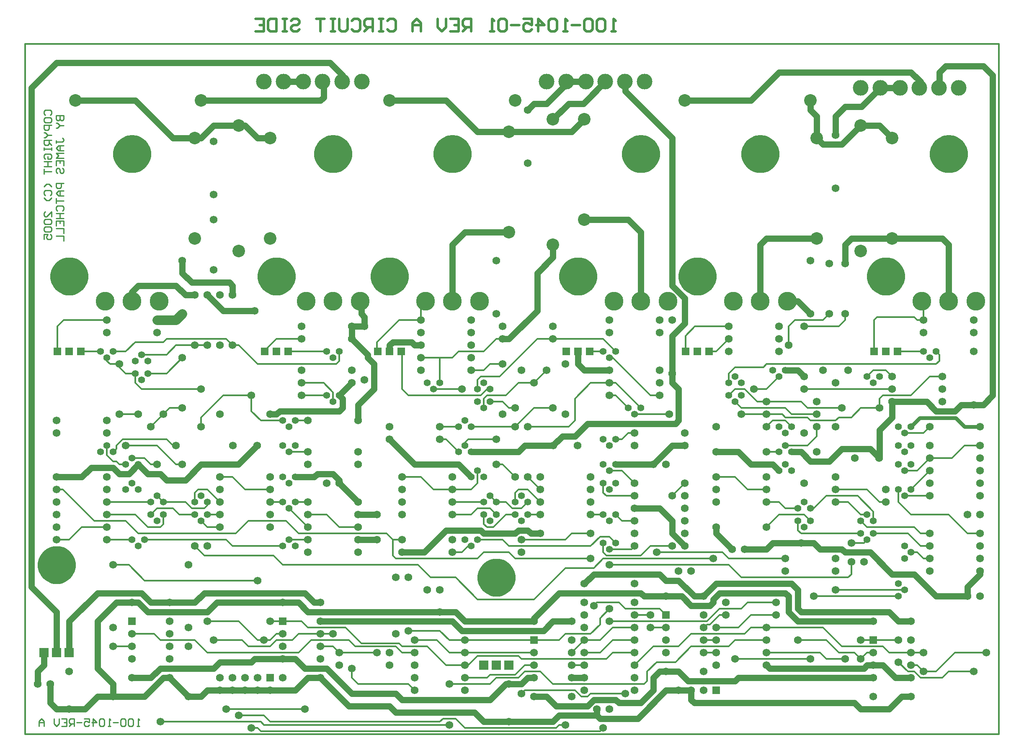
<source format=gbl>
*%FSLAX23Y23*%
*%MOIN*%
G01*
%ADD11C,0.007*%
%ADD12C,0.008*%
%ADD13C,0.010*%
%ADD14C,0.012*%
%ADD15C,0.020*%
%ADD16C,0.025*%
%ADD17C,0.030*%
%ADD18C,0.032*%
%ADD19C,0.036*%
%ADD20C,0.050*%
%ADD21C,0.052*%
%ADD22C,0.055*%
%ADD23C,0.056*%
%ADD24C,0.061*%
%ADD25C,0.062*%
%ADD26C,0.065*%
%ADD27C,0.068*%
%ADD28C,0.070*%
%ADD29C,0.075*%
%ADD30C,0.075*%
%ADD31C,0.085*%
%ADD32C,0.090*%
%ADD33C,0.100*%
%ADD34C,0.106*%
%ADD35C,0.125*%
%ADD36C,0.131*%
%ADD37C,0.145*%
%ADD38C,0.150*%
%ADD39C,0.150*%
%ADD40C,0.156*%
%ADD41C,0.250*%
%ADD42R,0.062X0.062*%
%ADD43R,0.068X0.068*%
%ADD44R,0.075X0.075*%
%ADD45R,0.081X0.081*%
D13*
X6195Y9893D02*
X6255D01*
Y9863D01*
X6245Y9853D01*
X6235D01*
X6225Y9863D01*
Y9893D01*
X6226D01*
X6225D02*
X6226D01*
X6225D02*
X6226D01*
X6225D02*
Y9863D01*
X6215Y9853D01*
X6205D01*
X6195Y9863D01*
Y9893D01*
Y9833D02*
X6205D01*
X6225Y9813D01*
X6205Y9793D01*
X6195D01*
X6225Y9813D02*
X6255D01*
X6195Y9693D02*
Y9673D01*
Y9683D02*
Y9693D01*
Y9683D02*
X6245D01*
X6255Y9693D01*
Y9703D01*
X6245Y9713D01*
X6255Y9653D02*
X6215D01*
X6195Y9633D01*
X6215Y9613D01*
X6255D01*
X6225D01*
Y9653D01*
X6255Y9593D02*
X6195D01*
X6215Y9573D01*
X6195Y9553D01*
X6255D01*
X6195Y9533D02*
Y9493D01*
Y9533D02*
X6255D01*
Y9493D01*
X6225Y9513D02*
Y9533D01*
X6195Y9443D02*
X6205Y9433D01*
X6195Y9443D02*
Y9463D01*
X6205Y9473D01*
X6215D01*
X6225Y9463D01*
Y9443D01*
X6235Y9433D01*
X6245D01*
X6255Y9443D01*
Y9463D01*
X6245Y9473D01*
X6255Y9353D02*
X6195D01*
Y9323D01*
X6205Y9313D01*
X6225D01*
X6235Y9323D01*
Y9353D01*
X6255Y9293D02*
X6215D01*
X6195Y9273D01*
X6215Y9253D01*
X6255D01*
X6225D01*
Y9293D01*
X6195Y9233D02*
Y9193D01*
Y9213D01*
X6255D01*
X6195Y9143D02*
X6205Y9133D01*
X6195Y9143D02*
Y9163D01*
X6205Y9173D01*
X6245D01*
X6255Y9163D01*
Y9143D01*
X6245Y9133D01*
X6255Y9113D02*
X6195D01*
X6225D02*
X6255D01*
X6225D02*
Y9073D01*
X6195D01*
X6255D01*
X6195Y9053D02*
Y9013D01*
Y9053D02*
X6255D01*
Y9013D01*
X6225Y9033D02*
Y9053D01*
X6195Y8993D02*
X6255D01*
Y8953D01*
Y8933D02*
X6195D01*
X6255D02*
Y8893D01*
X6110Y9898D02*
X6100Y9908D01*
Y9928D01*
X6110Y9938D01*
X6150D01*
X6160Y9928D01*
Y9908D01*
X6150Y9898D01*
X6100Y9868D02*
Y9848D01*
Y9868D02*
X6110Y9878D01*
X6150D01*
X6160Y9868D01*
Y9848D01*
X6150Y9838D01*
X6110D01*
X6100Y9848D01*
Y9818D02*
X6160D01*
X6100D02*
Y9788D01*
X6110Y9778D01*
X6130D01*
X6140Y9788D01*
Y9818D01*
X6110Y9758D02*
X6100D01*
X6110D02*
X6130Y9738D01*
X6110Y9718D01*
X6100D01*
X6130Y9738D02*
X6160D01*
Y9698D02*
X6100D01*
Y9668D01*
X6110Y9658D01*
X6130D01*
X6140Y9668D01*
Y9698D01*
Y9678D02*
X6160Y9658D01*
X6100Y9638D02*
Y9618D01*
Y9628D01*
X6160D01*
Y9638D01*
Y9618D01*
X6100Y9558D02*
X6110Y9548D01*
X6100Y9558D02*
Y9578D01*
X6110Y9588D01*
X6150D01*
X6160Y9578D01*
Y9558D01*
X6150Y9548D01*
X6130D01*
Y9568D01*
X6100Y9528D02*
X6160D01*
X6130D01*
Y9488D01*
X6100D01*
X6160D01*
X6100Y9468D02*
Y9428D01*
Y9448D01*
X6160D01*
X6140Y9348D02*
X6160Y9328D01*
X6140Y9348D02*
X6120D01*
X6100Y9328D01*
Y9268D02*
X6110Y9258D01*
X6100Y9268D02*
Y9288D01*
X6110Y9298D01*
X6150D01*
X6160Y9288D01*
Y9268D01*
X6150Y9258D01*
X6160Y9238D02*
X6140Y9218D01*
X6120D01*
X6100Y9238D01*
X6160Y9128D02*
Y9088D01*
Y9128D02*
X6120Y9088D01*
X6110D01*
X6100Y9098D01*
Y9118D01*
X6110Y9128D01*
Y9068D02*
X6100Y9058D01*
Y9038D01*
X6110Y9028D01*
X6150D01*
X6160Y9038D01*
Y9058D01*
X6150Y9068D01*
X6110D01*
Y9008D02*
X6100Y8998D01*
Y8978D01*
X6110Y8968D01*
X6150D01*
X6160Y8978D01*
Y8998D01*
X6150Y9008D01*
X6110D01*
X6100Y8948D02*
Y8908D01*
Y8948D02*
X6130D01*
X6120Y8928D01*
Y8918D01*
X6130Y8908D01*
X6150D01*
X6160Y8918D01*
Y8938D01*
X6150Y8948D01*
X6840Y5028D02*
X6860D01*
X6850D02*
X6840D01*
X6850D02*
Y5088D01*
X6851D01*
X6850D02*
X6860Y5078D01*
X6810D02*
X6800Y5088D01*
X6780D01*
X6770Y5078D01*
Y5038D01*
X6780Y5028D01*
X6800D01*
X6810Y5038D01*
Y5078D01*
X6750D02*
X6740Y5088D01*
X6720D01*
X6710Y5078D01*
Y5038D01*
X6720Y5028D01*
X6740D01*
X6750Y5038D01*
Y5078D01*
X6690Y5058D02*
X6650D01*
X6630Y5028D02*
X6610D01*
X6620D01*
Y5088D01*
X6621D01*
X6620D02*
X6630Y5078D01*
X6580D02*
X6570Y5088D01*
X6550D01*
X6540Y5078D01*
Y5038D01*
X6550Y5028D01*
X6570D01*
X6580Y5038D01*
Y5078D01*
X6490Y5088D02*
Y5028D01*
X6520Y5058D02*
X6490Y5088D01*
X6480Y5058D02*
X6520D01*
X6460Y5088D02*
X6420D01*
X6460D02*
Y5058D01*
X6440Y5068D01*
X6430D01*
X6420Y5058D01*
Y5038D01*
X6430Y5028D01*
X6450D01*
X6460Y5038D01*
X6400Y5058D02*
X6360D01*
X6340Y5028D02*
Y5088D01*
X6310D01*
X6300Y5078D01*
Y5058D01*
X6310Y5048D01*
X6340D01*
X6320D02*
X6300Y5028D01*
X6280Y5088D02*
X6240D01*
X6280D02*
Y5028D01*
X6240D01*
X6260Y5058D02*
X6280D01*
X6220Y5048D02*
Y5088D01*
Y5048D02*
X6200Y5028D01*
X6180Y5048D01*
Y5088D01*
X6100Y5068D02*
Y5028D01*
Y5068D02*
X6080Y5088D01*
X6060Y5068D01*
Y5028D01*
Y5058D01*
X6100D01*
D14*
X13200Y5463D02*
X13350Y5613D01*
X11250Y5663D02*
X11125Y5538D01*
X10950Y5663D02*
X10800Y5513D01*
X7200Y7963D02*
X7075Y7838D01*
X7350Y7488D02*
X7525Y7663D01*
X10000Y6038D02*
X10250Y6288D01*
X8750Y8088D02*
X8925Y8263D01*
X13000Y6913D02*
X13150Y7063D01*
X10000Y7563D02*
X9850Y7413D01*
X9725Y7813D02*
X10025Y8113D01*
X13000Y7663D02*
X13150Y7813D01*
X10450Y7763D02*
X10325Y7638D01*
X7800Y5713D02*
X7650Y5863D01*
X8500Y5813D02*
X8625Y5688D01*
X9150Y5663D02*
X9300Y5513D01*
X12300Y5813D02*
X12450Y5663D01*
X6900Y6188D02*
X6775Y6313D01*
X7150Y7113D02*
X7000Y7263D01*
X9375Y6213D02*
X9550Y6038D01*
X8200Y6613D02*
X8050Y6763D01*
X6500Y6663D02*
X6250Y6913D01*
X7650Y8063D02*
X7800Y7913D01*
X13300Y6713D02*
X13450Y6563D01*
X12700Y6738D02*
X12575Y6863D01*
X10850Y7563D02*
X10650Y7763D01*
X10625Y7963D02*
X10925Y7663D01*
X7850Y5113D02*
X7650D01*
X7750Y5013D02*
X7800D01*
X7825Y4988D02*
X10525D01*
X7825Y5063D02*
X7025D01*
X7850Y5038D02*
X9325D01*
X9250Y5063D02*
X7900D01*
X9275Y5088D02*
X9375D01*
X10200Y5038D02*
X10250D01*
X10175Y5013D02*
X9450D01*
X9925Y5313D02*
X10325D01*
X8175Y5163D02*
X7550D01*
X10375Y5263D02*
X10425D01*
X10450Y5288D02*
X10725D01*
X6206Y8013D02*
Y8213D01*
X6400Y6613D02*
X6300Y6513D01*
X6206Y8213D02*
X6256Y8263D01*
X9925Y5513D02*
X10000D01*
X13000D02*
X13050D01*
X10400D02*
X10300D01*
X9450D02*
X9300D01*
X9450D02*
X9475D01*
X9650Y5438D02*
X9850D01*
X9925Y5463D02*
X10050D01*
X9875Y5413D02*
X9700D01*
X13075D02*
X13250D01*
X13025Y5463D02*
X12975D01*
X13300D02*
X13500D01*
X13200D02*
X13100D01*
X10875Y5363D02*
X10150D01*
X9650D02*
X9325D01*
X9450Y5413D02*
X9625D01*
X9000Y5363D02*
X8750D01*
X8600D01*
X7850Y5713D02*
X7800D01*
X7850D02*
X7900D01*
X7950D02*
X8075D01*
X7675D02*
X7450D01*
X8625Y5688D02*
X8925D01*
X9050Y5713D02*
X9225D01*
X8525D02*
X8225D01*
X7300D02*
X7025D01*
X12100D02*
X12325D01*
X10525D02*
X10400D01*
X10625D02*
X10800D01*
X10200D02*
X10000D01*
X11350D02*
X11450D01*
X11600D02*
X11850D01*
X10000D02*
X9450D01*
X9325D01*
X12700D02*
X12900D01*
X12700D02*
X12600D01*
X7900Y5663D02*
X7725D01*
X8950D02*
X9150D01*
X8900D02*
X8575D01*
X8125Y5613D02*
X7400D01*
X8950D02*
X9050D01*
X6800Y5663D02*
X6650D01*
X8300D02*
X8400D01*
X13350Y5613D02*
X13450D01*
X13600D01*
X12775Y5663D02*
X12450D01*
X13000Y5613D02*
X13100D01*
X13000D02*
X12825D01*
X12475Y5563D02*
X12325D01*
X12275Y5613D02*
X11850D01*
X12425D02*
X12550D01*
X12650D02*
X12700D01*
X12200Y5563D02*
X11600D01*
X10525Y5613D02*
X10400D01*
X10575Y5563D02*
X9900D01*
X9875Y5588D02*
X9575D01*
X9550D01*
X10625Y5613D02*
X10800D01*
X10000D02*
X9450D01*
X9325D01*
X11250Y5663D02*
X11550D01*
X11125Y5538D02*
X10975D01*
X8750Y5613D02*
X8450D01*
X10950Y5663D02*
X11150D01*
X11350Y5613D02*
X11450D01*
X6675Y7238D02*
Y7263D01*
X6600Y7938D02*
Y7963D01*
X6700Y7913D02*
Y7888D01*
X6600Y7263D02*
Y7188D01*
X6675Y7263D02*
X6725Y7313D01*
X6675Y7238D02*
X6650Y7213D01*
X6750Y7838D02*
X6700Y7888D01*
X6625Y7913D02*
X6600Y7938D01*
X6675Y7138D02*
X6700Y7113D01*
X6650Y7138D02*
X6600Y7188D01*
X11475Y5913D02*
X11525D01*
X11725D02*
X11925D01*
X10925D02*
X10800D01*
X7650Y5863D02*
X7400D01*
X7950Y5763D02*
X8000D01*
X8200Y5813D02*
X8500D01*
X8000Y5863D02*
X7900D01*
X8000D02*
X8150D01*
X6975Y5763D02*
X6800D01*
X11450Y5813D02*
X11625D01*
X11400Y5838D02*
X11375D01*
Y5863D02*
X10600D01*
X10625Y5813D02*
X10800D01*
X10450Y5763D02*
X10250D01*
X9250Y5788D02*
X9000D01*
X8300Y5763D02*
X8125D01*
X8300D02*
X8400D01*
X10925Y5813D02*
X11050D01*
X11250Y5763D02*
X11675D01*
X11850Y5813D02*
X12300D01*
X11850D02*
X11725D01*
X6825Y7763D02*
Y7838D01*
X6750Y8013D02*
X6825Y8088D01*
Y6713D02*
X6925Y6613D01*
X6950Y7113D02*
X6900Y7163D01*
X6875Y7713D02*
X6825Y7763D01*
X6750Y6663D02*
X6850Y6563D01*
X12400Y6113D02*
X12950D01*
X11650Y5963D02*
X11475D01*
X11700Y6013D02*
X11925D01*
X10675D02*
X10500D01*
X10725Y5963D02*
X11000D01*
X10000Y6038D02*
X9550D01*
X12225Y6063D02*
X12900D01*
X7050Y6638D02*
Y6713D01*
X7000Y6763D02*
X6950Y6713D01*
X7025Y6613D02*
X7050Y6638D01*
X6950Y7413D02*
X7050Y7513D01*
X7100Y7563D01*
X7050Y8088D02*
X7075Y8113D01*
X7150Y8063D02*
X7075Y7988D01*
X6975Y5763D02*
X7025Y5713D01*
X7050Y6813D02*
X7000Y6863D01*
X7125Y7263D02*
X7075Y7313D01*
X10250Y6288D02*
X10475D01*
X11650Y6213D02*
X12500D01*
X7800Y6188D02*
X6900D01*
X9175Y6213D02*
X9375D01*
X7275Y6763D02*
X7225Y6813D01*
X7125Y6763D02*
X7175Y6713D01*
X9600Y6413D02*
X9800D01*
X9850Y6363D02*
X10450D01*
X9550D02*
X8900D01*
X12525Y6488D02*
X12625D01*
X9425Y6413D02*
X9350D01*
X9475Y6463D02*
X9500D01*
X10600Y6313D02*
X11550D01*
X6775D02*
X6650D01*
X7600Y6463D02*
X8000D01*
X7925Y6388D02*
X7375D01*
X8000Y6313D02*
X9075D01*
X10550Y6363D02*
X11425D01*
X13100D02*
X13150D01*
X13050Y6413D02*
X13000D01*
X13075Y6463D02*
X13150D01*
X10775Y6438D02*
X10600D01*
X10450Y6463D02*
X9800D01*
X10575Y6388D02*
X10850D01*
X10925Y6463D02*
X11100D01*
X10975Y6413D02*
X11500D01*
X11550Y6363D02*
X12000D01*
X7400Y6788D02*
Y6813D01*
X7300D02*
Y6888D01*
X7350Y7413D02*
Y7488D01*
X7400Y6788D02*
X7375Y6763D01*
X7300Y6888D02*
X7325Y6913D01*
X7300Y5713D02*
X7400Y5613D01*
X7500Y6813D02*
X7400Y6913D01*
X7350Y6663D02*
X7400Y6613D01*
X7300Y6463D02*
X7375Y6388D01*
X8875Y6513D02*
X8950D01*
X9625Y6613D02*
X9675D01*
X7500D02*
X7400D01*
X7025D02*
X6925D01*
X6800Y6513D02*
X6600D01*
Y6613D02*
X6400D01*
X6300Y6513D02*
X6200D01*
X6900D02*
X7550D01*
X8050D02*
X8200D01*
X8450Y6613D02*
X8600D01*
X8825Y6563D02*
X8125D01*
X8025Y6663D02*
X7725D01*
X7625Y6563D02*
X6850D01*
X6750Y6663D02*
X6500D01*
X12700Y6563D02*
X12975D01*
X13025Y6613D02*
X12650D01*
X13075Y6563D02*
X13150D01*
X13450D02*
X13550D01*
X12600D02*
X12125D01*
X10800Y6663D02*
X10700D01*
X10250Y6513D02*
X9900D01*
X10300Y6563D02*
X10450D01*
X10525Y6538D02*
X10600D01*
X9750Y6513D02*
X9550D01*
X7725Y6663D02*
X7625Y6563D01*
X7675Y5713D02*
X7725Y5663D01*
X7600Y6463D02*
X7550Y6513D01*
X7700Y6913D02*
X7600Y7013D01*
Y8063D02*
X7550Y8113D01*
X12950Y6863D02*
X13150D01*
X12575D02*
X12325D01*
X10800D02*
X10575D01*
X10050Y6713D02*
X9950D01*
X9775Y6813D02*
X9700D01*
X9825Y6763D02*
X9900D01*
X9850Y6713D02*
X9775D01*
X9500D02*
X9350D01*
X9550Y6763D02*
X9650D01*
X9600Y6813D02*
X9350D01*
X7375Y6763D02*
X7275D01*
X7225Y6813D02*
X7050D01*
X7400Y6713D02*
X7500D01*
X7125Y6763D02*
X7000D01*
X7175Y6713D02*
X7300D01*
X6825D02*
X6600D01*
Y6813D02*
X6950D01*
X7900D02*
X8000D01*
X8200Y6713D02*
X8350D01*
X8200Y6813D02*
X8100D01*
X13000Y6713D02*
X13300D01*
X12100Y6763D02*
X12000D01*
X11950Y6813D02*
X11850D01*
X11950Y6713D02*
X12150D01*
X12200Y6763D02*
X12225D01*
X12600Y6713D02*
X12650D01*
X12500Y6813D02*
X12400D01*
X12750D02*
X12800D01*
X10550Y6713D02*
X10450D01*
X7750Y7538D02*
Y7663D01*
X7850Y8013D02*
X7950Y8113D01*
X7750Y7538D02*
X7825Y7463D01*
X7800Y5013D02*
X7825Y4988D01*
X7850Y5038D02*
X7825Y5063D01*
X7850Y5113D02*
X7900Y5063D01*
X12950Y7063D02*
X13050D01*
X10700D02*
X10600D01*
X9950Y6913D02*
X9875D01*
X7400D02*
X7325D01*
X7700D02*
X7900D01*
X7600Y7013D02*
X7500D01*
X6250Y6913D02*
X6200D01*
X9350D02*
X9500D01*
X9350D02*
X9200D01*
X9100Y7013D02*
X8950D01*
X12400Y6913D02*
X12650D01*
X11600Y7013D02*
X11450D01*
X11700Y6913D02*
X11850D01*
X7950Y5763D02*
X7900Y5713D01*
Y5663D02*
X7950Y5713D01*
X8075D02*
X8125Y5763D01*
X8000Y6313D02*
X7925Y6388D01*
X8125Y6563D02*
X8025Y6663D01*
X7000Y7263D02*
X6750D01*
X7125D02*
X7150D01*
X13425D02*
X13550D01*
X12175D02*
X12000D01*
X9750Y7113D02*
X9700D01*
X7000D02*
X6950D01*
X6900Y7163D02*
X6800D01*
X7150Y7113D02*
X7200D01*
X6750D02*
X6700D01*
X6675Y7138D02*
X6650D01*
X8050Y7213D02*
X8200D01*
X13150Y7163D02*
X13325D01*
X11950Y7213D02*
X11850D01*
X8225Y5713D02*
X8125Y5613D01*
X8200Y5813D02*
X8150Y5863D01*
X8100Y7463D02*
X8200D01*
X11900D02*
X12000D01*
X12200D02*
X12400D01*
X8000D02*
X7825D01*
X9250Y7413D02*
X9400D01*
X9300Y7313D02*
X9250D01*
X9475D02*
X9700D01*
X6875D02*
X6725D01*
X6875D02*
X7075D01*
X12950Y7363D02*
X13100D01*
X10700Y7313D02*
X10650D01*
X10750Y7363D02*
X10800D01*
X9850Y7413D02*
X9500D01*
X9950D02*
X10275D01*
X8450Y7938D02*
Y8013D01*
X8400Y7688D02*
Y7613D01*
X8425Y7913D02*
X8450Y7938D01*
X8400Y5663D02*
X8450Y5613D01*
Y6613D02*
X8350Y6713D01*
X8400Y7688D02*
X8325Y7763D01*
X9000Y7663D02*
X9575D01*
X10600D02*
X10650D01*
X12775D02*
X13000D01*
X9775D02*
X9625D01*
X10925D02*
X11000D01*
X8350D02*
X8150D01*
X7750D02*
X7525D01*
X6850Y7513D02*
X6700D01*
X7100Y7563D02*
X7200D01*
X10800Y7513D02*
X11075D01*
X10025Y7563D02*
X10000D01*
X10025D02*
X10150D01*
X9850D02*
X9800D01*
X9750Y7613D02*
X9650D01*
X11650Y7563D02*
X12000D01*
X12050Y7513D02*
X12250D01*
X12175Y7563D02*
X12450D01*
X11850Y7613D02*
X11775D01*
X11850D02*
X12125D01*
X12175Y7488D02*
X12000D01*
X12425D02*
X12525D01*
X11850Y7513D02*
X11650D01*
X11850D02*
X11975D01*
X12600Y7563D02*
X12750D01*
X8550Y5488D02*
Y5413D01*
X8575Y5663D02*
X8525Y5713D01*
X8550Y5413D02*
X8600Y5363D01*
X9500Y7863D02*
X9600D01*
X12700D02*
X12800D01*
X9650Y7713D02*
X9625D01*
X9300D02*
X9200D01*
X9325D02*
X9425D01*
X9325D02*
X9300D01*
X6825Y7838D02*
X6750D01*
X6925D02*
X7075D01*
X6875Y7713D02*
X7350D01*
X9575Y7813D02*
X9725D01*
X11750Y7713D02*
X11850D01*
X11675D02*
X11600D01*
X13150Y7813D02*
X13250D01*
X10650Y7763D02*
X10600D01*
X10450D01*
X10000D02*
X9875D01*
X12150Y7713D02*
X12850D01*
X8325Y7763D02*
X8150D01*
X8750Y8013D02*
Y8088D01*
X8825Y6563D02*
X8875Y6513D01*
X7650Y8063D02*
X7600D01*
X7400D02*
X7300D01*
X7150D01*
X9650Y7913D02*
X9750D01*
X10444Y8013D02*
X10550D01*
X6700Y7913D02*
X6625D01*
X8750Y8013D02*
X8756D01*
X7856D02*
X7850D01*
X8050D02*
X8350D01*
X8050D02*
X8044D01*
X8300Y7913D02*
X8425D01*
X8300D02*
X7800D01*
X12894Y8013D02*
X12900D01*
X13100D01*
X8950D02*
X8944D01*
X9400D02*
X9600D01*
X9250Y7963D02*
X9100D01*
X9350D01*
X11400Y8013D02*
X11450D01*
X11400D02*
X11394D01*
X11600Y7888D02*
X11825D01*
X11850Y7913D02*
X13200D01*
X10625Y7963D02*
X10600D01*
X6750Y8013D02*
X6650D01*
X6550D02*
X6394D01*
X6875Y7988D02*
X7075D01*
X8875Y6513D02*
Y6388D01*
X8950Y7713D02*
Y8013D01*
X8875Y6388D02*
X8900Y6363D01*
X8925Y5688D02*
X8950Y5663D01*
X8900D02*
X8950Y5613D01*
X9000Y5363D02*
X9050Y5313D01*
X9000Y7663D02*
X8950Y7713D01*
X8925Y8263D02*
X9100D01*
X13050D02*
X13100D01*
X6600D02*
X6256D01*
X12075D02*
X12300D01*
X8150Y8113D02*
X7950D01*
X10150D02*
X10550D01*
X10150D02*
X10025D01*
X11281Y8213D02*
X11550D01*
X9750Y8113D02*
X9700D01*
X12150Y8213D02*
X12425D01*
X7550Y8113D02*
X7075D01*
X7050Y8088D02*
X6825D01*
X9125Y8388D02*
Y8413D01*
X9100Y8363D02*
Y8263D01*
X9250Y7963D02*
Y7763D01*
X9100Y8363D02*
X9125Y8388D01*
X9275Y5088D02*
X9250Y5063D01*
X9325Y5613D02*
X9225Y5713D01*
X9250Y5788D02*
X9325Y5713D01*
X9175Y6213D02*
X9075Y6313D01*
X9200Y6913D02*
X9100Y7013D01*
X9125Y8413D02*
X9135D01*
X12731Y8288D02*
X13025D01*
X13075Y8413D02*
X13100D01*
X13085D02*
X13075D01*
X9450Y7288D02*
Y7263D01*
Y7288D02*
X9475Y7313D01*
Y6463D02*
X9425Y6413D01*
X9350Y7963D02*
X9400Y8013D01*
X9300Y7313D02*
X9400Y7213D01*
X9375Y5088D02*
X9450Y5013D01*
X9550Y6963D02*
Y7063D01*
X9600Y6713D02*
Y6638D01*
X9550Y7713D02*
Y7788D01*
X9600Y7638D02*
Y7563D01*
Y6413D02*
X9550Y6363D01*
X9575Y7663D02*
X9625Y7713D01*
X9550Y6963D02*
X9500Y6913D01*
X9550Y6763D02*
X9500Y6713D01*
X9600Y7863D02*
X9650Y7913D01*
X9550Y5588D02*
X9475Y5513D01*
X9625Y5413D02*
X9650Y5438D01*
X9550Y7788D02*
X9575Y7813D01*
X9600Y8013D02*
X9700Y8113D01*
X9625Y7663D02*
X9600Y7638D01*
Y6638D02*
X9625Y6613D01*
X9800Y6413D02*
X9850Y6363D01*
X9675Y6613D02*
X9775Y6713D01*
X9700Y5413D02*
X9650Y5363D01*
X9775Y7663D02*
X9875Y7763D01*
X9750Y7113D02*
X9850Y7013D01*
X9650Y6863D02*
X9700Y6813D01*
X9775D02*
X9825Y6763D01*
X9700Y6713D02*
X9650Y6763D01*
X9800Y7563D02*
X9750Y7613D01*
Y6513D02*
X9800Y6463D01*
X9850Y6813D02*
Y6888D01*
X9925Y5513D02*
X9850Y5438D01*
X9875Y5413D02*
X9925Y5463D01*
X9850Y6888D02*
X9875Y6913D01*
X9950Y6813D02*
X9900Y6763D01*
X10000Y7763D02*
X10100Y7863D01*
X9925Y5313D02*
X9900Y5288D01*
X10050Y6913D02*
X9950Y7013D01*
Y6913D02*
X10050Y6813D01*
X9875Y5588D02*
X9900Y5563D01*
X10200Y5713D02*
X10250Y5763D01*
X10200Y5038D02*
X10175Y5013D01*
X10150Y5363D02*
X10050Y5463D01*
X10325Y7463D02*
Y7638D01*
X10400Y5713D02*
X10300Y5613D01*
X10250Y6513D02*
X10300Y6563D01*
X10275Y7413D02*
X10325Y7463D01*
X10450Y5288D02*
X10425Y5263D01*
X10375D02*
X10325Y5313D01*
X10525Y5838D02*
Y5888D01*
X10550Y6888D02*
Y6963D01*
Y6488D02*
Y6413D01*
X10625Y5813D02*
X10525Y5713D01*
Y5613D02*
X10625Y5713D01*
Y5613D02*
X10575Y5563D01*
X10450Y5763D02*
X10525Y5838D01*
Y5888D02*
X10600Y5963D01*
X10500Y6013D02*
X10475Y5988D01*
Y6288D02*
X10550Y6363D01*
X10450Y6463D02*
X10525Y6538D01*
X10550Y5013D02*
X10525Y4988D01*
X10650Y8013D02*
X10550Y8113D01*
Y6888D02*
X10575Y6863D01*
X10600Y6538D02*
X10650Y6488D01*
X10550Y6413D02*
X10575Y6388D01*
X10700Y7313D02*
X10750Y7363D01*
X10800Y6463D02*
X10775Y6438D01*
X10675Y6013D02*
X10725Y5963D01*
X10800Y6963D02*
X10700Y7063D01*
X10750Y7563D02*
X10650Y7663D01*
Y6713D02*
X10700Y6663D01*
X10900Y5463D02*
Y5388D01*
Y5463D02*
X10975Y5538D01*
X10900Y5388D02*
X10875Y5363D01*
X10850Y6388D02*
X10925Y6463D01*
X11000Y5963D02*
X11050Y5913D01*
X11206Y8013D02*
Y8138D01*
X11250Y5763D02*
X11150Y5663D01*
X11206Y8138D02*
X11281Y8213D01*
X11200Y6963D02*
X11100Y6863D01*
X11475Y5913D02*
X11400Y5838D01*
X11375D02*
X11350Y5813D01*
X11375Y5863D02*
X11475Y5963D01*
X11550Y7763D02*
Y7838D01*
X11600Y5713D02*
X11550Y5663D01*
X11450Y8013D02*
X11550Y8113D01*
X11600Y7713D02*
X11550Y7663D01*
Y7838D02*
X11600Y7888D01*
X11550Y6313D02*
X11650Y6213D01*
X11700Y6913D02*
X11600Y7013D01*
X11650Y7563D02*
X11600Y7613D01*
X11500Y6413D02*
X11550Y6363D01*
X11725Y5913D02*
X11625Y5813D01*
X11650Y5963D02*
X11700Y6013D01*
X11725Y5813D02*
X11675Y5763D01*
X11775Y7613D02*
X11675Y7713D01*
X11950Y6713D02*
X11850Y6613D01*
Y7413D02*
X11900Y7463D01*
X11850Y7713D02*
X11950Y7813D01*
X11850Y7913D02*
X11825Y7888D01*
X11950Y6813D02*
X12000Y6763D01*
Y7488D02*
X11975Y7513D01*
X12100Y6663D02*
Y6588D01*
X12025Y8063D02*
Y8213D01*
X12250Y7338D02*
X12175Y7263D01*
X12025Y8213D02*
X12075Y8263D01*
X12150Y6713D02*
X12200Y6663D01*
X12100Y6588D02*
X12125Y6563D01*
X12050Y7413D02*
X12000Y7463D01*
X12050Y7513D02*
X12000Y7563D01*
X12125Y7613D02*
X12175Y7563D01*
Y7488D02*
X12200Y7463D01*
X12250Y7413D02*
Y7338D01*
X12325Y6863D02*
X12225Y6763D01*
X12300Y8263D02*
X12350Y8313D01*
X12275Y5613D02*
X12325Y5563D01*
X12425Y5613D02*
X12325Y5713D01*
X12525Y6238D02*
Y6338D01*
X12475Y8263D02*
Y8313D01*
X12525Y6238D02*
X12500Y6213D01*
X12400Y7463D02*
X12425Y7488D01*
X12525D02*
X12600Y7563D01*
X12425Y8213D02*
X12475Y8263D01*
X12550Y5613D02*
X12600Y5563D01*
Y6713D02*
X12500Y6813D01*
X12700Y6738D02*
Y6663D01*
X12750Y7563D02*
Y7638D01*
X12706Y8013D02*
Y8263D01*
X12650Y5613D02*
X12600Y5563D01*
X12625Y6488D02*
X12650Y6513D01*
X12750Y7638D02*
X12775Y7663D01*
X12650Y7813D02*
X12700Y7863D01*
X12706Y8263D02*
X12731Y8288D01*
X12775Y5663D02*
X12825Y5613D01*
X12650Y6613D02*
X12600Y6663D01*
X12750Y6813D02*
X12650Y6913D01*
X12900D02*
Y6813D01*
Y5538D02*
X12975Y5463D01*
X13000Y6713D02*
X12900Y6813D01*
X12850Y7813D02*
X12800Y7863D01*
X13100Y8263D02*
Y8413D01*
X13150Y7413D02*
X13100Y7363D01*
X13150Y7163D02*
X13050Y7063D01*
X13025Y5463D02*
X13075Y5413D01*
X13100Y5463D02*
X13050Y5513D01*
X13100Y6363D02*
X13050Y6413D01*
X13075Y6463D02*
X12975Y6563D01*
X13025Y6613D02*
X13075Y6563D01*
X13050Y8263D02*
X13025Y8288D01*
X13225Y7988D02*
Y7938D01*
X13300Y5463D02*
X13250Y5413D01*
X13325Y7163D02*
X13425Y7263D01*
X13200Y7913D02*
X13225Y7938D01*
Y7988D02*
X13200Y8013D01*
X13700Y10463D02*
Y4963D01*
X5950D02*
Y10463D01*
X13700D01*
Y4963D02*
X5950D01*
D15*
X10617Y10563D02*
X10650D01*
X10633D02*
X10617D01*
X10633D02*
Y10663D01*
X10634D01*
X10633D02*
X10650Y10646D01*
X10567D02*
X10550Y10663D01*
X10517D01*
X10500Y10646D01*
Y10580D01*
X10517Y10563D01*
X10550D01*
X10567Y10580D01*
Y10646D01*
X10467D02*
X10450Y10663D01*
X10417D01*
X10400Y10646D01*
Y10580D01*
X10417Y10563D01*
X10450D01*
X10467Y10580D01*
Y10646D01*
X10367Y10613D02*
X10300D01*
X10267Y10563D02*
X10233D01*
X10250D01*
Y10663D01*
X10251D01*
X10250D02*
X10267Y10646D01*
X10183D02*
X10167Y10663D01*
X10134D01*
X10117Y10646D01*
Y10580D01*
X10134Y10563D01*
X10167D01*
X10183Y10580D01*
Y10646D01*
X10034Y10663D02*
Y10563D01*
X10084Y10613D02*
X10034Y10663D01*
X10017Y10613D02*
X10084D01*
X9984Y10663D02*
X9917D01*
X9984D02*
Y10613D01*
X9950Y10630D01*
X9934D01*
X9917Y10613D01*
Y10580D01*
X9934Y10563D01*
X9967D01*
X9984Y10580D01*
X9884Y10613D02*
X9817D01*
X9784Y10646D02*
X9767Y10663D01*
X9734D01*
X9717Y10646D01*
Y10580D01*
X9734Y10563D01*
X9767D01*
X9784Y10580D01*
Y10646D01*
X9684Y10563D02*
X9650D01*
X9667D01*
Y10663D01*
X9668D01*
X9667D02*
X9684Y10646D01*
X9500Y10663D02*
Y10563D01*
Y10663D02*
X9450D01*
X9434Y10646D01*
Y10613D01*
X9450Y10596D01*
X9500D01*
X9467D02*
X9434Y10563D01*
X9400Y10663D02*
X9334D01*
X9400D02*
Y10563D01*
X9334D01*
X9367Y10613D02*
X9400D01*
X9300Y10596D02*
Y10663D01*
Y10596D02*
X9267Y10563D01*
X9234Y10596D01*
Y10663D01*
X9101Y10630D02*
Y10563D01*
Y10630D02*
X9067Y10663D01*
X9034Y10630D01*
Y10563D01*
Y10613D01*
X9101D01*
X8851Y10663D02*
X8834Y10646D01*
X8851Y10663D02*
X8884D01*
X8901Y10646D01*
Y10580D01*
X8884Y10563D01*
X8851D01*
X8834Y10580D01*
X8801Y10663D02*
X8767D01*
X8784D01*
Y10563D01*
X8801D01*
X8767D01*
X8717D02*
Y10663D01*
X8667D01*
X8651Y10646D01*
Y10613D01*
X8667Y10596D01*
X8717D01*
X8684D02*
X8651Y10563D01*
X8551Y10646D02*
X8567Y10663D01*
X8601D01*
X8617Y10646D01*
Y10580D01*
X8601Y10563D01*
X8567D01*
X8551Y10580D01*
X8517D02*
Y10663D01*
Y10580D02*
X8501Y10563D01*
X8467D01*
X8451Y10580D01*
Y10663D01*
X8417D02*
X8384D01*
X8401D01*
Y10563D01*
X8417D01*
X8384D01*
X8334Y10663D02*
X8267D01*
X8301D01*
Y10563D01*
X8084Y10663D02*
X8068Y10646D01*
X8084Y10663D02*
X8117D01*
X8134Y10646D01*
Y10630D01*
X8117Y10613D01*
X8084D01*
X8068Y10596D01*
Y10580D01*
X8084Y10563D01*
X8117D01*
X8134Y10580D01*
X8034Y10663D02*
X8001D01*
X8018D01*
Y10563D01*
X8034D01*
X8001D01*
X7951D02*
Y10663D01*
Y10563D02*
X7901D01*
X7884Y10580D01*
Y10646D01*
X7901Y10663D01*
X7951D01*
X7851D02*
X7784D01*
X7851D02*
Y10563D01*
X7784D01*
X7818Y10613D02*
X7851D01*
D17*
X13000Y7413D02*
X13070Y7483D01*
X13355D02*
X13425Y7413D01*
X13355Y7483D02*
X13070D01*
X13425Y7413D02*
X13550D01*
D20*
X6200Y10313D02*
X6000Y10113D01*
Y6138D02*
X6200Y5938D01*
X9900Y5363D02*
X9950Y5413D01*
X13450Y6138D02*
X13550Y6238D01*
X9875Y6588D02*
X9850Y6563D01*
X9300Y6588D02*
X9125Y6413D01*
X8850Y8063D02*
X8875Y8088D01*
X10300Y9763D02*
X10400Y9863D01*
X8325Y10038D02*
X8300Y10013D01*
X7450Y9813D02*
X7350Y9713D01*
X6850Y8538D02*
X6800Y8488D01*
X11425Y6038D02*
X11475Y6088D01*
X11425Y6013D02*
X11400Y5988D01*
X11350Y6063D02*
X11450Y6163D01*
X10475Y6238D02*
X10400Y6163D01*
X10150Y5863D02*
X10075Y5788D01*
X10000Y5888D02*
X10200Y6088D01*
X7375D02*
X7300Y6013D01*
X6525Y6088D02*
X6300Y5863D01*
X6100Y5513D02*
X6050Y5463D01*
X11600Y5388D02*
X11625Y5413D01*
X12825Y5163D02*
X12925Y5263D01*
X12650Y5513D02*
X12625Y5488D01*
X11050Y5313D02*
X10825Y5088D01*
X10950Y5413D02*
X11000Y5463D01*
X10950Y5313D02*
X10850Y5213D01*
X7400Y5313D02*
X7350Y5263D01*
X8100Y5313D02*
X8200Y5413D01*
X9650Y5238D02*
X9775Y5363D01*
X7025Y5488D02*
X6950Y5413D01*
X7450Y5488D02*
X7500Y5538D01*
X7750D02*
X7775Y5563D01*
X7050Y5413D02*
X6900Y5263D01*
X6525D02*
X6425Y5163D01*
X10150Y9863D02*
X10275Y9988D01*
X10393D02*
X10568Y10163D01*
X9450Y8963D02*
X9350Y8863D01*
X10100Y9988D02*
X10250Y10138D01*
X10000Y9988D02*
X9950Y9938D01*
X11725Y10013D02*
X11925Y10213D01*
X11950Y10238D01*
X12400Y9888D02*
X12475Y9963D01*
X12606D02*
X12756Y10113D01*
X11850Y8913D02*
X11800Y8863D01*
X12450Y9663D02*
X12600Y9813D01*
X6675Y6013D02*
X6525Y5863D01*
X7400Y5938D02*
X7475Y6013D01*
X7225Y6988D02*
X7350Y7113D01*
X7648D02*
X7798Y7263D01*
X6475Y7088D02*
X6400Y7013D01*
X6775Y7038D02*
X6850Y7113D01*
X8250Y7013D02*
X8275Y7038D01*
X8450Y7663D02*
X8550Y7763D01*
X12350Y7138D02*
X12450Y7238D01*
X13350Y7538D02*
X13400Y7588D01*
X11100Y7263D02*
X10950Y7113D01*
X11850Y6438D02*
X11900Y6488D01*
X9925Y7263D02*
X9875Y7213D01*
X11125Y7438D02*
X11150Y7463D01*
X10425Y7438D02*
X10325Y7338D01*
X10225D02*
X10150Y7263D01*
X11100Y8138D02*
X11175Y8213D01*
X11200Y8238D01*
X10150Y8763D02*
X10025Y8638D01*
Y8338D02*
X9800Y8113D01*
X12750Y7388D02*
X12850Y7488D01*
X12475Y8863D02*
X12525Y8913D01*
X13650Y7663D02*
X13575Y7588D01*
X13225Y10238D02*
X13275Y10288D01*
X8725Y7713D02*
X8600Y7588D01*
X7975Y7538D02*
X7950Y7513D01*
X8450Y7538D02*
X8475Y7563D01*
X10475Y5238D02*
X10425Y5188D01*
X10200Y5113D02*
X10150Y5063D01*
X9600Y6563D02*
X9575Y6588D01*
X9950D02*
X9975Y6563D01*
X9050Y8063D02*
X9025Y8088D01*
X10350Y7913D02*
X10400Y7863D01*
X7800Y9713D02*
X7700Y9813D01*
X7125Y9713D02*
X6825Y10013D01*
X7150Y8538D02*
X7225Y8463D01*
X12825Y5938D02*
X12900Y5863D01*
X12125Y5938D02*
X12100Y5963D01*
Y6113D02*
X12050Y6163D01*
Y5913D02*
X12100Y5863D01*
X12050Y5913D02*
X12025Y5938D01*
Y6063D02*
X12000Y6088D01*
X11250Y5988D02*
X11175Y6063D01*
X11050Y6188D02*
X11000Y6238D01*
X11150Y6188D02*
X11275Y6063D01*
X10875D02*
X10850Y6088D01*
X8200Y5938D02*
X8125Y6013D01*
X8175Y6088D02*
X8250Y6013D01*
X6950D02*
X6875Y6088D01*
X6150Y5213D02*
X6200Y5163D01*
X11150Y5463D02*
X11225Y5388D01*
X11250Y5238D02*
X11275Y5213D01*
X12550D02*
X12600Y5163D01*
X11875Y5488D02*
X11850Y5513D01*
X12775D02*
X12875Y5413D01*
X10675Y5213D02*
X10650Y5238D01*
X10175Y5188D02*
X10100Y5263D01*
X8175Y5488D02*
X8100Y5563D01*
X8350Y5488D02*
X8550Y5288D01*
X8900D02*
X8950Y5238D01*
X8525Y5188D02*
X8300Y5413D01*
X7250Y5263D02*
X7100Y5413D01*
X10500Y5113D02*
X10525Y5088D01*
X9550Y9763D02*
X9300Y10013D01*
X13000Y10238D02*
X13075Y10163D01*
X13250Y8913D02*
X13300Y8863D01*
X12850Y9713D02*
X12750Y9813D01*
X12250Y9888D02*
X12200Y9938D01*
X12250Y9713D02*
X12300Y9663D01*
X10850Y8963D02*
X10750Y9063D01*
X6650Y5363D02*
X6525Y5488D01*
X6925Y5938D02*
X6850Y6013D01*
X9375Y5938D02*
X9450Y5863D01*
X9425Y5788D02*
X9350Y5863D01*
X7075Y6988D02*
X7025Y7038D01*
X6700D02*
X6650Y7088D01*
X6850Y7113D02*
X6925Y7038D01*
X8450Y6963D02*
X8600Y6813D01*
X8450Y6988D02*
X8400Y7038D01*
X8850Y7313D02*
X9050Y7113D01*
X9400D02*
X9500Y7013D01*
X12125Y7213D02*
X12200Y7138D01*
X13125Y7613D02*
X13200Y7538D01*
X11725Y7113D02*
X11625Y7213D01*
X11900Y7113D02*
X11950Y7063D01*
X11450Y6563D02*
X11575Y6438D01*
X12150Y7813D02*
X12100Y7863D01*
X11000Y6763D02*
X11100Y6663D01*
Y6563D02*
X11200Y6463D01*
X13025Y6238D02*
X13200Y6063D01*
X12850Y6238D02*
X12675Y6413D01*
X12475D02*
X12450Y6438D01*
X12275D02*
X12225Y6488D01*
X11150Y7713D02*
X11100Y7763D01*
X11200Y8438D02*
X11100Y8538D01*
Y9713D02*
X10875Y9938D01*
X10725Y10088D01*
X12100Y8413D02*
X12200Y8313D01*
X12675Y7238D02*
X12750Y7163D01*
X13650Y10213D02*
X13575Y10288D01*
X7275Y8563D02*
X7200Y8638D01*
X7575Y8563D02*
X7600Y8538D01*
X8625Y8313D02*
X8650Y8288D01*
X8675Y7963D02*
X8725Y7913D01*
X8675Y7988D02*
X8550Y8113D01*
X8450Y7663D02*
X8475Y7638D01*
X7525Y8338D02*
X7400Y8463D01*
X9525Y5138D02*
X9600Y5063D01*
X8900Y5138D02*
X8850Y5188D01*
X8475Y10213D02*
X8375Y10313D01*
X10250Y10138D02*
X10256Y10163D01*
X10200Y5113D02*
X10500D01*
X10525Y5088D02*
X10825D01*
X9800Y5063D02*
X9600D01*
X9800D02*
X10150D01*
X6000Y6138D02*
Y10113D01*
X6100Y5613D02*
Y5513D01*
X6050Y5463D02*
Y5363D01*
X11150Y5313D02*
X11250D01*
X11150D02*
X11050D01*
X7800D02*
X7700D01*
X7600D01*
X7500D01*
X7400D01*
X7800D02*
X7900D01*
X8100D01*
X11275Y5213D02*
X12550D01*
X12600Y5163D02*
X12825D01*
X12925Y5263D02*
X13000D01*
X10850Y5213D02*
X10675D01*
X10100Y5263D02*
X10000D01*
X8900Y5288D02*
X8550D01*
X8950Y5238D02*
X9650D01*
X8850Y5188D02*
X8525D01*
X7350Y5263D02*
X7250D01*
X6300Y5163D02*
X6200D01*
X6300D02*
X6425D01*
X6650Y5263D02*
X6900D01*
X6650D02*
X6525D01*
X10475Y5238D02*
X10650D01*
X10425Y5188D02*
X10175D01*
X9525Y5138D02*
X8900D01*
X6300Y5613D02*
Y5863D01*
X6150Y5363D02*
Y5213D01*
X6200Y5613D02*
Y5938D01*
X12650Y5513D02*
X12700D01*
X12775D01*
X10000Y5413D02*
X9950D01*
X9900Y5363D02*
X9800D01*
X11225Y5388D02*
X11600D01*
X11875Y5488D02*
X12625D01*
X12875Y5413D02*
X13000D01*
X10400D02*
X10300D01*
X8350Y5488D02*
X8175D01*
X9775Y5363D02*
X9800D01*
X8300Y5413D02*
X8200D01*
X7450Y5488D02*
X7025D01*
X7050Y5413D02*
X7100D01*
X6950D02*
X6800D01*
X11050Y5463D02*
X11150D01*
X11050D02*
X11000D01*
X11625Y5413D02*
X12700D01*
X7750Y5538D02*
X7500D01*
X8000Y5563D02*
X8100D01*
X8000D02*
X7775D01*
X6525Y5488D02*
Y5863D01*
X6650Y5363D02*
Y5263D01*
X10150Y5863D02*
X10300D01*
X12900D02*
X13000D01*
X12700D02*
X12100D01*
X10000D02*
X9450D01*
X9425Y5788D02*
X10075D01*
X9350Y5863D02*
X8300D01*
X6800Y8413D02*
Y8488D01*
X11475Y6088D02*
X12000D01*
X10850D02*
X10200D01*
X8175D02*
X7375D01*
X6875D02*
X6525D01*
X12125Y5938D02*
X12825D01*
X11400Y5988D02*
X11250D01*
X11275Y6063D02*
X11350D01*
X11175D02*
X11050D01*
X10875D01*
X7300Y6013D02*
X7100D01*
X6950D01*
X8250D02*
X8300D01*
X7400Y5938D02*
X6925D01*
X6800Y6013D02*
X6675D01*
X6800D02*
X6850D01*
X8000D02*
X8125D01*
X8000D02*
X7475D01*
X8200Y5938D02*
X9375D01*
X13200Y6063D02*
X13450D01*
X12050Y6163D02*
X11450D01*
X11150Y6188D02*
X11050D01*
X10575Y6238D02*
X10475D01*
X10575D02*
X11000D01*
X12850D02*
X13025D01*
X7200Y8638D02*
Y8738D01*
X11900Y6488D02*
X12125D01*
X12225D01*
X9125Y6413D02*
X8950D01*
X11675Y6438D02*
X11850D01*
X12475Y6413D02*
X12675D01*
X12450Y6438D02*
X12275D01*
X9850Y6563D02*
X9600D01*
X9575Y6588D02*
X9300D01*
X9975Y6563D02*
X10050D01*
X9950Y6588D02*
X9875D01*
X8750Y6513D02*
X8600D01*
X7600Y8463D02*
Y8538D01*
X8600Y6713D02*
X8750D01*
X10800Y6763D02*
X11000D01*
X6650Y7088D02*
X6475D01*
X8275Y7038D02*
X8400D01*
X7225Y6988D02*
X7075D01*
X7025Y7038D02*
X6925D01*
X6775D02*
X6700D01*
X6400Y7013D02*
X6200D01*
X8100D02*
X8250D01*
X12748Y7163D02*
X12750D01*
X11200Y7263D02*
X11100D01*
X10152D02*
X9925D01*
X10150D02*
X10152D01*
X7648Y7113D02*
X7350D01*
X9050D02*
X9400D01*
X12200Y7138D02*
X12350D01*
X12450Y7238D02*
X12675D01*
X12125Y7213D02*
X12050D01*
X10950Y7113D02*
X10650D01*
X11725D02*
X11900D01*
X11625Y7213D02*
X11450D01*
X9875D02*
X9500D01*
X10425Y7438D02*
X11125D01*
X10325Y7338D02*
X10225D01*
X8325Y10038D02*
Y10163D01*
X8450Y6988D02*
Y6963D01*
X13200Y7538D02*
X13350D01*
X13400Y7588D02*
X13500D01*
X13125Y7613D02*
X12850D01*
X13500Y7588D02*
X13575D01*
X8450Y7538D02*
X7975D01*
X7950Y7513D02*
X7900D01*
X8625Y8313D02*
Y8413D01*
X8650Y8288D02*
Y8213D01*
X8600Y7588D02*
Y7463D01*
X8550Y8113D02*
Y8213D01*
X8475Y7638D02*
Y7563D01*
Y10163D02*
Y10213D01*
X10400Y7863D02*
X10600D01*
X12000D02*
X12100D01*
X8850Y8013D02*
Y8063D01*
X8725Y7913D02*
Y7713D01*
X8675Y7963D02*
Y7988D01*
X9050Y8063D02*
X9100D01*
X9025Y8088D02*
X8875D01*
X9750Y8113D02*
X9800D01*
X8650Y8213D02*
X8550D01*
X7300Y8463D02*
X7225D01*
X12025Y8413D02*
X12100D01*
X12025D02*
X12015D01*
X8625D02*
X8615D01*
X7775Y8338D02*
X7525D01*
X9350Y8413D02*
Y8863D01*
X7150Y8538D02*
X6850D01*
X7275Y8563D02*
X7575D01*
X9450Y8963D02*
X9800D01*
X11850Y8913D02*
X12250D01*
X12850D02*
X13250D01*
X12850D02*
X12525D01*
X10000Y5888D02*
Y5863D01*
X10025Y8338D02*
Y8638D01*
X10400Y9063D02*
X10750D01*
X10150Y8863D02*
Y8763D01*
X10350Y8013D02*
Y7913D01*
X10500Y5163D02*
Y5113D01*
X7700Y9813D02*
X7650D01*
X7450D01*
X12600D02*
X12750D01*
X10300Y9763D02*
X9800D01*
X9550D01*
X7900Y9713D02*
X7800D01*
X7350D02*
X7300D01*
X7125D01*
X12300Y9663D02*
X12450D01*
X10725Y10088D02*
Y10163D01*
X8300Y10013D02*
X7350D01*
X6825D02*
X6350D01*
X8850D02*
X9300D01*
X11200D02*
X11725D01*
X10393Y9988D02*
X10275D01*
X10100D02*
X10000D01*
X12475Y9963D02*
X12606D01*
X10850Y8963D02*
Y8413D01*
X10950Y5413D02*
Y5313D01*
X8162Y10163D02*
X8000D01*
X8006D01*
X8318D02*
X8325D01*
X10250D02*
X10412D01*
X10256D02*
X10250D01*
X13068Y10113D02*
X13075D01*
X12912D02*
X12750D01*
X12756D01*
X11100Y6663D02*
Y6563D01*
X11150Y7463D02*
Y7713D01*
X11100Y7763D02*
Y7838D01*
Y8138D01*
X11200Y8238D02*
Y8438D01*
X11100Y8538D02*
Y9713D01*
X11950Y10238D02*
X13000D01*
X13275Y10288D02*
X13575D01*
X8375Y10313D02*
X6200D01*
X11250Y5313D02*
Y5238D01*
X11425Y6013D02*
Y6038D01*
X11450Y6563D02*
Y6613D01*
X11800Y8413D02*
Y8863D01*
X12100Y6113D02*
Y5963D01*
X12025Y5938D02*
Y6063D01*
X12250Y9713D02*
Y9888D01*
X12200Y9938D02*
Y10013D01*
X12400Y9888D02*
Y9738D01*
X12475Y8863D02*
Y8713D01*
X12750Y7388D02*
Y7163D01*
X12850Y7488D02*
Y7613D01*
X13075Y10113D02*
Y10163D01*
X13300Y8863D02*
Y8413D01*
X13225Y10113D02*
Y10238D01*
X13550Y6263D02*
Y6238D01*
X13450Y6138D02*
Y6063D01*
X13650Y7663D02*
Y10213D01*
D22*
X13000Y7413D02*
D03*
X12950Y7363D02*
D03*
X12900Y7413D02*
D03*
X13100Y8013D02*
D03*
X13150Y7963D02*
D03*
X13200Y8013D02*
D03*
X12900Y7263D02*
D03*
X12950Y7213D02*
D03*
X13000Y7263D02*
D03*
X12900Y6063D02*
D03*
X12950Y6113D02*
D03*
X12900Y6163D02*
D03*
X12950Y6363D02*
D03*
X13000Y6413D02*
D03*
X12950Y6463D02*
D03*
X12900Y7113D02*
D03*
X12950Y7063D02*
D03*
X13000Y7113D02*
D03*
X12900Y6913D02*
D03*
X12950Y6863D02*
D03*
X13000Y6913D02*
D03*
X12650Y7813D02*
D03*
X12700Y7763D02*
D03*
X12750Y7813D02*
D03*
X11900Y7863D02*
D03*
X11950Y7813D02*
D03*
X12000Y7863D02*
D03*
X11550Y7663D02*
D03*
X11600Y7613D02*
D03*
X11650Y7663D02*
D03*
X12050Y7213D02*
D03*
X12000Y7263D02*
D03*
X11950Y7213D02*
D03*
X12050Y7063D02*
D03*
X12000Y7113D02*
D03*
X11950Y7063D02*
D03*
X11650Y7763D02*
D03*
X11600Y7813D02*
D03*
X11550Y7763D02*
D03*
X11950Y7413D02*
D03*
X12000Y7363D02*
D03*
X12050Y7413D02*
D03*
X12700Y6663D02*
D03*
X12650Y6713D02*
D03*
X12600Y6663D02*
D03*
Y6563D02*
D03*
X12650Y6513D02*
D03*
X12700Y6563D02*
D03*
X12100Y6663D02*
D03*
X12150Y6613D02*
D03*
X12200Y6663D02*
D03*
Y6763D02*
D03*
X12150Y6813D02*
D03*
X12100Y6763D02*
D03*
X10750Y7563D02*
D03*
X10800Y7513D02*
D03*
X10850Y7563D02*
D03*
X10550Y8013D02*
D03*
X10600Y7963D02*
D03*
X10650Y8013D02*
D03*
X10550Y7313D02*
D03*
X10600Y7263D02*
D03*
X10650Y7313D02*
D03*
X9950Y6813D02*
D03*
X9900Y6863D02*
D03*
X9850Y6813D02*
D03*
X10550Y6488D02*
D03*
X10600Y6438D02*
D03*
X10650Y6488D02*
D03*
Y6963D02*
D03*
X10600Y6913D02*
D03*
X10550Y6963D02*
D03*
Y6713D02*
D03*
X10600Y6663D02*
D03*
X10650Y6713D02*
D03*
X9850D02*
D03*
X9900Y6663D02*
D03*
X9950Y6713D02*
D03*
X9600D02*
D03*
X9650Y6663D02*
D03*
X9700Y6713D02*
D03*
Y6813D02*
D03*
X9650Y6863D02*
D03*
X9600Y6813D02*
D03*
X10550Y7113D02*
D03*
X10600Y7063D02*
D03*
X10650Y7113D02*
D03*
X9650Y7713D02*
D03*
X9600Y7763D02*
D03*
X9550Y7713D02*
D03*
X9500Y7213D02*
D03*
X9450Y7263D02*
D03*
X9400Y7213D02*
D03*
X9500Y7413D02*
D03*
X9450Y7463D02*
D03*
X9400Y7413D02*
D03*
X9150Y7763D02*
D03*
X9200Y7713D02*
D03*
X9250Y7763D02*
D03*
X9550Y7613D02*
D03*
X9600Y7563D02*
D03*
X9650Y7613D02*
D03*
X8350Y8013D02*
D03*
X8400Y7963D02*
D03*
X8450Y8013D02*
D03*
X8350Y7663D02*
D03*
X8400Y7613D02*
D03*
X8450Y7663D02*
D03*
X9600Y7013D02*
D03*
X9550Y7063D02*
D03*
X9500Y7013D02*
D03*
X9450Y6513D02*
D03*
X9500Y6463D02*
D03*
X9550Y6513D02*
D03*
X6850Y7113D02*
D03*
X6800Y7163D02*
D03*
X6750Y7113D02*
D03*
X6650Y7213D02*
D03*
X6600Y7263D02*
D03*
X6550Y7213D02*
D03*
X8000Y7263D02*
D03*
X8050Y7213D02*
D03*
X8100Y7263D02*
D03*
X8000Y7463D02*
D03*
X8050Y7413D02*
D03*
X8100Y7463D02*
D03*
X6825Y7838D02*
D03*
X6875Y7788D02*
D03*
X6925Y7838D02*
D03*
Y7938D02*
D03*
X6875Y7988D02*
D03*
X6825Y7938D02*
D03*
X6550Y8013D02*
D03*
X6600Y7963D02*
D03*
X6650Y8013D02*
D03*
X6850Y6913D02*
D03*
X6800Y6963D02*
D03*
X6750Y6913D02*
D03*
X8100Y6463D02*
D03*
X8050Y6513D02*
D03*
X8000Y6463D02*
D03*
X6800Y6513D02*
D03*
X6850Y6463D02*
D03*
X6900Y6513D02*
D03*
X7050Y6813D02*
D03*
X7000Y6863D02*
D03*
X6950Y6813D02*
D03*
Y6713D02*
D03*
X7000Y6663D02*
D03*
X7050Y6713D02*
D03*
X7400Y6813D02*
D03*
X7350Y6863D02*
D03*
X7300Y6813D02*
D03*
Y6713D02*
D03*
X7350Y6663D02*
D03*
X7400Y6713D02*
D03*
X8000Y6813D02*
D03*
X8050Y6763D02*
D03*
X8100Y6813D02*
D03*
Y7013D02*
D03*
X8050Y6963D02*
D03*
X8000Y7013D02*
D03*
D25*
X12900Y5538D02*
D03*
Y5713D02*
D03*
X12475Y5563D02*
D03*
X12400Y6113D02*
D03*
X12225Y6063D02*
D03*
X12025Y8063D02*
D03*
X11650Y7513D02*
D03*
X11600Y5563D02*
D03*
X11425Y6363D02*
D03*
X11075Y7513D02*
D03*
X11100Y6463D02*
D03*
Y6863D02*
D03*
X10925Y5913D02*
D03*
Y5813D02*
D03*
X10975Y6413D02*
D03*
X10725Y5288D02*
D03*
X10450Y6363D02*
D03*
X10600Y5863D02*
D03*
Y5963D02*
D03*
Y6313D02*
D03*
X10475Y5988D02*
D03*
X10550Y5013D02*
D03*
X10250Y5038D02*
D03*
X9900Y5288D02*
D03*
X9425Y7713D02*
D03*
X9325Y5363D02*
D03*
Y5038D02*
D03*
X9250Y5938D02*
D03*
X9000Y5788D02*
D03*
X8750Y5613D02*
D03*
Y6513D02*
D03*
Y6713D02*
D03*
X8550Y5488D02*
D03*
X8175Y5163D02*
D03*
X7775Y8338D02*
D03*
X7800Y6188D02*
D03*
X7750Y5013D02*
D03*
X7550Y5163D02*
D03*
X7650Y5113D02*
D03*
X7025Y5063D02*
D03*
X13100Y8263D02*
D03*
X13500D02*
D03*
X13100Y8163D02*
D03*
X13500D02*
D03*
X13150Y7413D02*
D03*
X13550D02*
D03*
X13150Y7163D02*
D03*
X13550D02*
D03*
X13150Y7263D02*
D03*
X13550D02*
D03*
X13250Y7813D02*
D03*
X12850D02*
D03*
X13250Y7713D02*
D03*
X12850D02*
D03*
Y7613D02*
D03*
X13250D02*
D03*
X13500Y8013D02*
D03*
Y7588D02*
D03*
X13450Y6063D02*
D03*
X13550D02*
D03*
X13150Y7063D02*
D03*
X13550D02*
D03*
Y6963D02*
D03*
X13150D02*
D03*
Y6863D02*
D03*
X13550D02*
D03*
X13150Y6263D02*
D03*
X13550D02*
D03*
X13150Y6363D02*
D03*
X13550D02*
D03*
X13150Y6463D02*
D03*
X13550D02*
D03*
X13150Y6563D02*
D03*
X13550D02*
D03*
X13450Y6713D02*
D03*
X13550D02*
D03*
X13100Y5613D02*
D03*
X13600D02*
D03*
X12700Y5863D02*
D03*
X13000D02*
D03*
X13500Y5463D02*
D03*
X13100D02*
D03*
X12400Y9313D02*
D03*
Y9738D02*
D03*
X12150Y8213D02*
D03*
Y7813D02*
D03*
Y7713D02*
D03*
X11750D02*
D03*
X12350Y8313D02*
D03*
Y8713D02*
D03*
X12475Y8313D02*
D03*
Y8713D02*
D03*
X12300Y7863D02*
D03*
X12500D02*
D03*
X12400Y7763D02*
D03*
X11950Y8213D02*
D03*
X11550D02*
D03*
X11950Y8113D02*
D03*
X11550D02*
D03*
X11950Y8013D02*
D03*
X11550D02*
D03*
X11850Y7613D02*
D03*
X12250D02*
D03*
X12450Y7563D02*
D03*
X12750D02*
D03*
X12748Y7163D02*
D03*
X12552D02*
D03*
X11450Y7213D02*
D03*
X11850D02*
D03*
X11450Y7413D02*
D03*
X11850D02*
D03*
X12150Y7363D02*
D03*
Y6963D02*
D03*
X12250Y7213D02*
D03*
Y7413D02*
D03*
X12200Y8313D02*
D03*
Y8738D02*
D03*
X12250Y7513D02*
D03*
X11850D02*
D03*
X11575Y6438D02*
D03*
X11675D02*
D03*
X11925Y5913D02*
D03*
X11525D02*
D03*
X11925Y6013D02*
D03*
X11525D02*
D03*
X12400Y6263D02*
D03*
X12000D02*
D03*
Y6363D02*
D03*
X12400D02*
D03*
X12525Y6338D02*
D03*
X12625D02*
D03*
X12125Y6488D02*
D03*
X12525D02*
D03*
X11050Y6063D02*
D03*
X11350D02*
D03*
X12400Y6913D02*
D03*
X12800D02*
D03*
X12400Y6813D02*
D03*
X12800D02*
D03*
X11200Y6763D02*
D03*
X10800D02*
D03*
X11200Y6963D02*
D03*
X10800D02*
D03*
X12400Y7013D02*
D03*
Y7413D02*
D03*
X11450Y6613D02*
D03*
X11850D02*
D03*
X11450Y6813D02*
D03*
X11850D02*
D03*
X11450Y6913D02*
D03*
X11850D02*
D03*
X11450Y7013D02*
D03*
X11850D02*
D03*
X12700Y5613D02*
D03*
X13000Y5713D02*
D03*
Y5613D02*
D03*
Y5513D02*
D03*
Y5413D02*
D03*
X12700D02*
D03*
Y5513D02*
D03*
X12200Y5563D02*
D03*
X12600D02*
D03*
Y5713D02*
D03*
X12100D02*
D03*
X11450Y5813D02*
D03*
X11850D02*
D03*
Y5713D02*
D03*
X11450D02*
D03*
Y5613D02*
D03*
X11850D02*
D03*
X11350Y5313D02*
D03*
X11250D02*
D03*
X11150D02*
D03*
X13000Y5263D02*
D03*
X12700D02*
D03*
X11450Y5513D02*
D03*
X11850D02*
D03*
X9950Y9513D02*
D03*
Y9938D02*
D03*
X10150Y8113D02*
D03*
X9750D02*
D03*
X10150Y7563D02*
D03*
X9850D02*
D03*
X11000Y7663D02*
D03*
X10600D02*
D03*
X11000Y7763D02*
D03*
X10600D02*
D03*
X11000Y7863D02*
D03*
X10600D02*
D03*
Y8263D02*
D03*
X11000D02*
D03*
X10600Y8163D02*
D03*
X11000D02*
D03*
X9900Y7863D02*
D03*
X10100D02*
D03*
X10000Y7763D02*
D03*
X10250Y7513D02*
D03*
Y7913D02*
D03*
X9750D02*
D03*
Y7513D02*
D03*
X10152Y7263D02*
D03*
X10348D02*
D03*
X9700Y7113D02*
D03*
Y7313D02*
D03*
X10800Y7363D02*
D03*
X11200D02*
D03*
X10800Y7263D02*
D03*
X11200D02*
D03*
X11050Y7113D02*
D03*
X10950D02*
D03*
X11100Y8263D02*
D03*
Y7838D02*
D03*
X9700Y8313D02*
D03*
Y8738D02*
D03*
X9750Y8213D02*
D03*
X10150D02*
D03*
X9850Y7013D02*
D03*
Y7413D02*
D03*
X9950Y7013D02*
D03*
Y7413D02*
D03*
X10050Y6813D02*
D03*
X10450D02*
D03*
X10800Y6163D02*
D03*
X10400D02*
D03*
Y6013D02*
D03*
X10800D02*
D03*
Y5913D02*
D03*
X10400D02*
D03*
Y5813D02*
D03*
X10800D02*
D03*
Y5713D02*
D03*
X10400D02*
D03*
X10800Y5613D02*
D03*
X10400D02*
D03*
X10000Y5863D02*
D03*
X10300D02*
D03*
X10000Y5613D02*
D03*
X10300Y5713D02*
D03*
Y5613D02*
D03*
Y5513D02*
D03*
Y5413D02*
D03*
X10000D02*
D03*
Y5513D02*
D03*
X11050Y5813D02*
D03*
X11350Y5913D02*
D03*
Y5813D02*
D03*
Y5713D02*
D03*
Y5613D02*
D03*
X11050D02*
D03*
Y5713D02*
D03*
X10050Y6713D02*
D03*
X10450D02*
D03*
X10050Y6563D02*
D03*
X10450D02*
D03*
X9900Y6413D02*
D03*
Y6513D02*
D03*
X10050Y6913D02*
D03*
X10450D02*
D03*
Y7013D02*
D03*
X10050D02*
D03*
X10800Y6463D02*
D03*
X11200D02*
D03*
X10800Y6563D02*
D03*
X11200D02*
D03*
X10800Y6663D02*
D03*
X11200D02*
D03*
X10800Y6863D02*
D03*
X11200D02*
D03*
X11250Y6263D02*
D03*
X11150D02*
D03*
X10500Y5163D02*
D03*
X10600D02*
D03*
X10800Y5513D02*
D03*
X10400D02*
D03*
Y5413D02*
D03*
X10800D02*
D03*
X10400Y5313D02*
D03*
X10800D02*
D03*
X10300Y5263D02*
D03*
X10000D02*
D03*
X11350Y5463D02*
D03*
X11050D02*
D03*
X9800Y5063D02*
D03*
Y5363D02*
D03*
X8850Y7413D02*
D03*
X9250D02*
D03*
X8200Y7113D02*
D03*
X8600D02*
D03*
X8200Y7463D02*
D03*
X8600D02*
D03*
X9500Y8263D02*
D03*
X9100D02*
D03*
X9500Y8163D02*
D03*
X9100D02*
D03*
X9500Y8063D02*
D03*
X9100D02*
D03*
Y7963D02*
D03*
X9500D02*
D03*
X9100Y7863D02*
D03*
X9500D02*
D03*
X8850Y7313D02*
D03*
X9250D02*
D03*
X8600Y7213D02*
D03*
X8200D02*
D03*
X8150Y8213D02*
D03*
X8550D02*
D03*
X8150Y8113D02*
D03*
X8550D02*
D03*
X8150Y7863D02*
D03*
X8550D02*
D03*
X8150Y7763D02*
D03*
X8550D02*
D03*
X8650Y8213D02*
D03*
Y7788D02*
D03*
X8400Y5763D02*
D03*
X8900D02*
D03*
X8200Y6413D02*
D03*
X8600D02*
D03*
X8200Y6513D02*
D03*
X8600D02*
D03*
X8350Y6963D02*
D03*
X8450D02*
D03*
X8200Y6613D02*
D03*
X8600D02*
D03*
X8200Y6713D02*
D03*
X8600D02*
D03*
X8200Y6813D02*
D03*
X8600D02*
D03*
X8950D02*
D03*
X9350D02*
D03*
X8950Y6713D02*
D03*
X9350D02*
D03*
X8950Y6913D02*
D03*
X9350D02*
D03*
X8950Y7013D02*
D03*
X9350D02*
D03*
X8950Y6513D02*
D03*
X9350D02*
D03*
Y6413D02*
D03*
X8950D02*
D03*
X9050Y5713D02*
D03*
X9450D02*
D03*
X9050Y5613D02*
D03*
X9450D02*
D03*
X8850D02*
D03*
X8450D02*
D03*
X8000Y6013D02*
D03*
X8300D02*
D03*
X9250Y6113D02*
D03*
X9150D02*
D03*
X9000Y6213D02*
D03*
X8900D02*
D03*
X9050Y5513D02*
D03*
X9450D02*
D03*
Y5413D02*
D03*
X9050D02*
D03*
X9450Y5313D02*
D03*
X9050D02*
D03*
X8450Y5513D02*
D03*
X8850D02*
D03*
X7450Y9263D02*
D03*
Y9688D02*
D03*
Y8663D02*
D03*
Y9063D02*
D03*
X7200Y7113D02*
D03*
X7000D02*
D03*
X6750Y7263D02*
D03*
X7150D02*
D03*
X7750Y7663D02*
D03*
X8150D02*
D03*
X7350Y7713D02*
D03*
Y7413D02*
D03*
X7500Y7513D02*
D03*
X7900D02*
D03*
X7798Y7263D02*
D03*
X7602D02*
D03*
X6850Y7513D02*
D03*
X7050D02*
D03*
X6950Y7413D02*
D03*
X6700Y7913D02*
D03*
Y7513D02*
D03*
X7200Y7563D02*
D03*
Y7963D02*
D03*
X7600Y8463D02*
D03*
Y8063D02*
D03*
X7500Y8463D02*
D03*
Y8063D02*
D03*
X7400Y8463D02*
D03*
Y8063D02*
D03*
X7300D02*
D03*
Y8463D02*
D03*
X7000Y8263D02*
D03*
X6600D02*
D03*
X7000Y8163D02*
D03*
X6600D02*
D03*
X7200Y8313D02*
D03*
Y8738D02*
D03*
X7500Y6713D02*
D03*
X7900D02*
D03*
X7500Y6813D02*
D03*
X7900D02*
D03*
X7500Y6913D02*
D03*
X7900D02*
D03*
X6800Y5763D02*
D03*
X7100Y5863D02*
D03*
Y5763D02*
D03*
Y5663D02*
D03*
Y5563D02*
D03*
X6800D02*
D03*
Y5663D02*
D03*
X6600Y7013D02*
D03*
X6200D02*
D03*
X7300Y6463D02*
D03*
X7400D02*
D03*
X7500Y7013D02*
D03*
X7900D02*
D03*
Y6613D02*
D03*
X7500D02*
D03*
X8000Y5763D02*
D03*
X8300Y5863D02*
D03*
Y5763D02*
D03*
Y5663D02*
D03*
Y5563D02*
D03*
X8000D02*
D03*
Y5663D02*
D03*
X7900Y5863D02*
D03*
X7400D02*
D03*
X7450Y5713D02*
D03*
X7850D02*
D03*
X7250Y6313D02*
D03*
Y5813D02*
D03*
Y5663D02*
D03*
Y5263D02*
D03*
X6650Y6313D02*
D03*
Y5813D02*
D03*
Y5663D02*
D03*
Y5263D02*
D03*
X6800Y6013D02*
D03*
X7100D02*
D03*
X7600Y5313D02*
D03*
X7900D02*
D03*
X7800Y5413D02*
D03*
Y5313D02*
D03*
X7700Y5413D02*
D03*
Y5313D02*
D03*
X7600Y5413D02*
D03*
X7500D02*
D03*
Y5313D02*
D03*
X8300Y5413D02*
D03*
X8000D02*
D03*
X7100D02*
D03*
X6800D02*
D03*
X6200Y7463D02*
D03*
X6600D02*
D03*
X6200Y7363D02*
D03*
X6600D02*
D03*
X6200Y6513D02*
D03*
X6600D02*
D03*
X6200Y6613D02*
D03*
X6600D02*
D03*
X6200Y6713D02*
D03*
X6600D02*
D03*
X6200Y6813D02*
D03*
X6600D02*
D03*
X6200Y6913D02*
D03*
X6600D02*
D03*
X6300Y5163D02*
D03*
Y5463D02*
D03*
X6050Y5363D02*
D03*
X6150D02*
D03*
D30*
X7150Y8263D02*
X7200Y8313D01*
X7150Y8263D02*
X7025D01*
X7000D01*
X6188Y8613D02*
X6188D01*
X6188D02*
X6188Y8600D01*
X6191Y8587D01*
X6194Y8575D01*
X6199Y8563D01*
X6206Y8551D01*
X6214Y8541D01*
X6223Y8531D01*
X6233Y8523D01*
X6244Y8516D01*
X6255Y8510D01*
X6268Y8505D01*
X6280Y8502D01*
X6293Y8501D01*
X6307D01*
X6320Y8502D01*
X6332Y8505D01*
X6345Y8510D01*
X6356Y8516D01*
X6367Y8523D01*
X6377Y8531D01*
X6386Y8541D01*
X6394Y8551D01*
X6401Y8563D01*
X6406Y8575D01*
X6409Y8587D01*
X6412Y8600D01*
X6412Y8613D01*
X6414D01*
X6412D02*
X6412Y8626D01*
X6409Y8639D01*
X6406Y8651D01*
X6401Y8663D01*
X6394Y8675D01*
X6386Y8685D01*
X6377Y8695D01*
X6367Y8703D01*
X6356Y8710D01*
X6345Y8716D01*
X6332Y8721D01*
X6320Y8724D01*
X6307Y8725D01*
X6293D01*
X6280Y8724D01*
X6268Y8721D01*
X6255Y8716D01*
X6244Y8710D01*
X6233Y8703D01*
X6223Y8695D01*
X6214Y8685D01*
X6206Y8675D01*
X6199Y8663D01*
X6194Y8651D01*
X6191Y8639D01*
X6188Y8626D01*
X6188Y8613D01*
X6260D02*
X6262D01*
X6260D02*
X6261Y8605D01*
X6264Y8597D01*
X6268Y8590D01*
X6274Y8584D01*
X6280Y8579D01*
X6288Y8575D01*
X6296Y8574D01*
X6304D01*
X6312Y8575D01*
X6320Y8579D01*
X6326Y8584D01*
X6332Y8590D01*
X6336Y8597D01*
X6339Y8605D01*
X6340Y8613D01*
X6340D01*
X6340D02*
X6339Y8621D01*
X6336Y8629D01*
X6332Y8636D01*
X6326Y8642D01*
X6320Y8647D01*
X6312Y8651D01*
X6304Y8652D01*
X6296D01*
X6288Y8651D01*
X6280Y8647D01*
X6274Y8642D01*
X6268Y8636D01*
X6264Y8629D01*
X6261Y8621D01*
X6260Y8613D01*
X6300D02*
D03*
X12688D02*
X12688D01*
X12688D02*
X12688Y8600D01*
X12691Y8587D01*
X12694Y8575D01*
X12699Y8563D01*
X12706Y8551D01*
X12714Y8541D01*
X12723Y8531D01*
X12733Y8523D01*
X12744Y8516D01*
X12755Y8510D01*
X12768Y8505D01*
X12780Y8502D01*
X12793Y8501D01*
X12807D01*
X12820Y8502D01*
X12832Y8505D01*
X12845Y8510D01*
X12856Y8516D01*
X12867Y8523D01*
X12877Y8531D01*
X12886Y8541D01*
X12894Y8551D01*
X12901Y8563D01*
X12906Y8575D01*
X12909Y8587D01*
X12912Y8600D01*
X12912Y8613D01*
X12914D01*
X12912D02*
X12912Y8626D01*
X12909Y8639D01*
X12906Y8651D01*
X12901Y8663D01*
X12894Y8675D01*
X12886Y8685D01*
X12877Y8695D01*
X12867Y8703D01*
X12856Y8710D01*
X12845Y8716D01*
X12832Y8721D01*
X12820Y8724D01*
X12807Y8725D01*
X12793D01*
X12780Y8724D01*
X12768Y8721D01*
X12755Y8716D01*
X12744Y8710D01*
X12733Y8703D01*
X12723Y8695D01*
X12714Y8685D01*
X12706Y8675D01*
X12699Y8663D01*
X12694Y8651D01*
X12691Y8639D01*
X12688Y8626D01*
X12688Y8613D01*
X12760D02*
X12762D01*
X12760D02*
X12761Y8605D01*
X12764Y8597D01*
X12768Y8590D01*
X12774Y8584D01*
X12780Y8579D01*
X12788Y8575D01*
X12796Y8574D01*
X12804D01*
X12812Y8575D01*
X12820Y8579D01*
X12826Y8584D01*
X12832Y8590D01*
X12836Y8597D01*
X12839Y8605D01*
X12840Y8613D01*
X12840D01*
X12840D02*
X12839Y8621D01*
X12836Y8629D01*
X12832Y8636D01*
X12826Y8642D01*
X12820Y8647D01*
X12812Y8651D01*
X12804Y8652D01*
X12796D01*
X12788Y8651D01*
X12780Y8647D01*
X12774Y8642D01*
X12768Y8636D01*
X12764Y8629D01*
X12761Y8621D01*
X12760Y8613D01*
X12800D02*
D03*
X13188Y9588D02*
X13188D01*
X13188D02*
X13188Y9575D01*
X13191Y9562D01*
X13194Y9550D01*
X13199Y9538D01*
X13206Y9526D01*
X13214Y9516D01*
X13223Y9506D01*
X13233Y9498D01*
X13244Y9491D01*
X13255Y9485D01*
X13268Y9480D01*
X13280Y9477D01*
X13293Y9476D01*
X13307D01*
X13320Y9477D01*
X13332Y9480D01*
X13345Y9485D01*
X13356Y9491D01*
X13367Y9498D01*
X13377Y9506D01*
X13386Y9516D01*
X13394Y9526D01*
X13401Y9538D01*
X13406Y9550D01*
X13409Y9562D01*
X13412Y9575D01*
X13412Y9588D01*
X13414D01*
X13412D02*
X13412Y9601D01*
X13409Y9614D01*
X13406Y9626D01*
X13401Y9638D01*
X13394Y9650D01*
X13386Y9660D01*
X13377Y9670D01*
X13367Y9678D01*
X13356Y9685D01*
X13345Y9691D01*
X13332Y9696D01*
X13320Y9699D01*
X13307Y9700D01*
X13293D01*
X13280Y9699D01*
X13268Y9696D01*
X13255Y9691D01*
X13244Y9685D01*
X13233Y9678D01*
X13223Y9670D01*
X13214Y9660D01*
X13206Y9650D01*
X13199Y9638D01*
X13194Y9626D01*
X13191Y9614D01*
X13188Y9601D01*
X13188Y9588D01*
X13260D02*
X13262D01*
X13260D02*
X13261Y9580D01*
X13264Y9572D01*
X13268Y9565D01*
X13274Y9559D01*
X13280Y9554D01*
X13288Y9550D01*
X13296Y9549D01*
X13304D01*
X13312Y9550D01*
X13320Y9554D01*
X13326Y9559D01*
X13332Y9565D01*
X13336Y9572D01*
X13339Y9580D01*
X13340Y9588D01*
X13340D01*
X13340D02*
X13339Y9596D01*
X13336Y9604D01*
X13332Y9611D01*
X13326Y9617D01*
X13320Y9622D01*
X13312Y9626D01*
X13304Y9627D01*
X13296D01*
X13288Y9626D01*
X13280Y9622D01*
X13274Y9617D01*
X13268Y9611D01*
X13264Y9604D01*
X13261Y9596D01*
X13260Y9588D01*
X13300D02*
D03*
X11188Y8613D02*
X11188D01*
X11188D02*
X11188Y8600D01*
X11191Y8587D01*
X11194Y8575D01*
X11199Y8563D01*
X11206Y8551D01*
X11214Y8541D01*
X11223Y8531D01*
X11233Y8523D01*
X11244Y8516D01*
X11255Y8510D01*
X11268Y8505D01*
X11280Y8502D01*
X11293Y8501D01*
X11307D01*
X11320Y8502D01*
X11332Y8505D01*
X11345Y8510D01*
X11356Y8516D01*
X11367Y8523D01*
X11377Y8531D01*
X11386Y8541D01*
X11394Y8551D01*
X11401Y8563D01*
X11406Y8575D01*
X11409Y8587D01*
X11412Y8600D01*
X11412Y8613D01*
X11414D01*
X11412D02*
X11412Y8626D01*
X11409Y8639D01*
X11406Y8651D01*
X11401Y8663D01*
X11394Y8675D01*
X11386Y8685D01*
X11377Y8695D01*
X11367Y8703D01*
X11356Y8710D01*
X11345Y8716D01*
X11332Y8721D01*
X11320Y8724D01*
X11307Y8725D01*
X11293D01*
X11280Y8724D01*
X11268Y8721D01*
X11255Y8716D01*
X11244Y8710D01*
X11233Y8703D01*
X11223Y8695D01*
X11214Y8685D01*
X11206Y8675D01*
X11199Y8663D01*
X11194Y8651D01*
X11191Y8639D01*
X11188Y8626D01*
X11188Y8613D01*
X11260D02*
X11262D01*
X11260D02*
X11261Y8605D01*
X11264Y8597D01*
X11268Y8590D01*
X11274Y8584D01*
X11280Y8579D01*
X11288Y8575D01*
X11296Y8574D01*
X11304D01*
X11312Y8575D01*
X11320Y8579D01*
X11326Y8584D01*
X11332Y8590D01*
X11336Y8597D01*
X11339Y8605D01*
X11340Y8613D01*
X11340D01*
X11340D02*
X11339Y8621D01*
X11336Y8629D01*
X11332Y8636D01*
X11326Y8642D01*
X11320Y8647D01*
X11312Y8651D01*
X11304Y8652D01*
X11296D01*
X11288Y8651D01*
X11280Y8647D01*
X11274Y8642D01*
X11268Y8636D01*
X11264Y8629D01*
X11261Y8621D01*
X11260Y8613D01*
X11300D02*
D03*
X11688Y9588D02*
X11688D01*
X11688D02*
X11688Y9575D01*
X11691Y9562D01*
X11694Y9550D01*
X11699Y9538D01*
X11706Y9526D01*
X11714Y9516D01*
X11723Y9506D01*
X11733Y9498D01*
X11744Y9491D01*
X11755Y9485D01*
X11768Y9480D01*
X11780Y9477D01*
X11793Y9476D01*
X11807D01*
X11820Y9477D01*
X11832Y9480D01*
X11845Y9485D01*
X11856Y9491D01*
X11867Y9498D01*
X11877Y9506D01*
X11886Y9516D01*
X11894Y9526D01*
X11901Y9538D01*
X11906Y9550D01*
X11909Y9562D01*
X11912Y9575D01*
X11912Y9588D01*
X11914D01*
X11912D02*
X11912Y9601D01*
X11909Y9614D01*
X11906Y9626D01*
X11901Y9638D01*
X11894Y9650D01*
X11886Y9660D01*
X11877Y9670D01*
X11867Y9678D01*
X11856Y9685D01*
X11845Y9691D01*
X11832Y9696D01*
X11820Y9699D01*
X11807Y9700D01*
X11793D01*
X11780Y9699D01*
X11768Y9696D01*
X11755Y9691D01*
X11744Y9685D01*
X11733Y9678D01*
X11723Y9670D01*
X11714Y9660D01*
X11706Y9650D01*
X11699Y9638D01*
X11694Y9626D01*
X11691Y9614D01*
X11688Y9601D01*
X11688Y9588D01*
X11760D02*
X11762D01*
X11760D02*
X11761Y9580D01*
X11764Y9572D01*
X11768Y9565D01*
X11774Y9559D01*
X11780Y9554D01*
X11788Y9550D01*
X11796Y9549D01*
X11804D01*
X11812Y9550D01*
X11820Y9554D01*
X11826Y9559D01*
X11832Y9565D01*
X11836Y9572D01*
X11839Y9580D01*
X11840Y9588D01*
X11840D01*
X11840D02*
X11839Y9596D01*
X11836Y9604D01*
X11832Y9611D01*
X11826Y9617D01*
X11820Y9622D01*
X11812Y9626D01*
X11804Y9627D01*
X11796D01*
X11788Y9626D01*
X11780Y9622D01*
X11774Y9617D01*
X11768Y9611D01*
X11764Y9604D01*
X11761Y9596D01*
X11760Y9588D01*
X11800D02*
D03*
X10738D02*
X10738D01*
X10738D02*
X10738Y9575D01*
X10741Y9562D01*
X10744Y9550D01*
X10749Y9538D01*
X10756Y9526D01*
X10764Y9516D01*
X10773Y9506D01*
X10783Y9498D01*
X10794Y9491D01*
X10805Y9485D01*
X10818Y9480D01*
X10830Y9477D01*
X10843Y9476D01*
X10857D01*
X10870Y9477D01*
X10882Y9480D01*
X10895Y9485D01*
X10906Y9491D01*
X10917Y9498D01*
X10927Y9506D01*
X10936Y9516D01*
X10944Y9526D01*
X10951Y9538D01*
X10956Y9550D01*
X10959Y9562D01*
X10962Y9575D01*
X10962Y9588D01*
X10964D01*
X10962D02*
X10962Y9601D01*
X10959Y9614D01*
X10956Y9626D01*
X10951Y9638D01*
X10944Y9650D01*
X10936Y9660D01*
X10927Y9670D01*
X10917Y9678D01*
X10906Y9685D01*
X10895Y9691D01*
X10882Y9696D01*
X10870Y9699D01*
X10857Y9700D01*
X10843D01*
X10830Y9699D01*
X10818Y9696D01*
X10805Y9691D01*
X10794Y9685D01*
X10783Y9678D01*
X10773Y9670D01*
X10764Y9660D01*
X10756Y9650D01*
X10749Y9638D01*
X10744Y9626D01*
X10741Y9614D01*
X10738Y9601D01*
X10738Y9588D01*
X10810D02*
X10812D01*
X10810D02*
X10811Y9580D01*
X10814Y9572D01*
X10818Y9565D01*
X10824Y9559D01*
X10830Y9554D01*
X10838Y9550D01*
X10846Y9549D01*
X10854D01*
X10862Y9550D01*
X10870Y9554D01*
X10876Y9559D01*
X10882Y9565D01*
X10886Y9572D01*
X10889Y9580D01*
X10890Y9588D01*
X10890D01*
X10890D02*
X10889Y9596D01*
X10886Y9604D01*
X10882Y9611D01*
X10876Y9617D01*
X10870Y9622D01*
X10862Y9626D01*
X10854Y9627D01*
X10846D01*
X10838Y9626D01*
X10830Y9622D01*
X10824Y9617D01*
X10818Y9611D01*
X10814Y9604D01*
X10811Y9596D01*
X10810Y9588D01*
X10850D02*
D03*
X10238Y8613D02*
X10238D01*
X10238D02*
X10238Y8600D01*
X10241Y8587D01*
X10244Y8575D01*
X10249Y8563D01*
X10256Y8551D01*
X10264Y8541D01*
X10273Y8531D01*
X10283Y8523D01*
X10294Y8516D01*
X10305Y8510D01*
X10318Y8505D01*
X10330Y8502D01*
X10343Y8501D01*
X10357D01*
X10370Y8502D01*
X10382Y8505D01*
X10395Y8510D01*
X10406Y8516D01*
X10417Y8523D01*
X10427Y8531D01*
X10436Y8541D01*
X10444Y8551D01*
X10451Y8563D01*
X10456Y8575D01*
X10459Y8587D01*
X10462Y8600D01*
X10462Y8613D01*
X10464D01*
X10462D02*
X10462Y8626D01*
X10459Y8639D01*
X10456Y8651D01*
X10451Y8663D01*
X10444Y8675D01*
X10436Y8685D01*
X10427Y8695D01*
X10417Y8703D01*
X10406Y8710D01*
X10395Y8716D01*
X10382Y8721D01*
X10370Y8724D01*
X10357Y8725D01*
X10343D01*
X10330Y8724D01*
X10318Y8721D01*
X10305Y8716D01*
X10294Y8710D01*
X10283Y8703D01*
X10273Y8695D01*
X10264Y8685D01*
X10256Y8675D01*
X10249Y8663D01*
X10244Y8651D01*
X10241Y8639D01*
X10238Y8626D01*
X10238Y8613D01*
X10310D02*
X10312D01*
X10310D02*
X10311Y8605D01*
X10314Y8597D01*
X10318Y8590D01*
X10324Y8584D01*
X10330Y8579D01*
X10338Y8575D01*
X10346Y8574D01*
X10354D01*
X10362Y8575D01*
X10370Y8579D01*
X10376Y8584D01*
X10382Y8590D01*
X10386Y8597D01*
X10389Y8605D01*
X10390Y8613D01*
X10390D01*
X10390D02*
X10389Y8621D01*
X10386Y8629D01*
X10382Y8636D01*
X10376Y8642D01*
X10370Y8647D01*
X10362Y8651D01*
X10354Y8652D01*
X10346D01*
X10338Y8651D01*
X10330Y8647D01*
X10324Y8642D01*
X10318Y8636D01*
X10314Y8629D01*
X10311Y8621D01*
X10310Y8613D01*
X10350D02*
D03*
X8288Y9588D02*
X8288D01*
X8288D02*
X8288Y9575D01*
X8291Y9562D01*
X8294Y9550D01*
X8299Y9538D01*
X8306Y9526D01*
X8314Y9516D01*
X8323Y9506D01*
X8333Y9498D01*
X8344Y9491D01*
X8355Y9485D01*
X8368Y9480D01*
X8380Y9477D01*
X8393Y9476D01*
X8407D01*
X8420Y9477D01*
X8432Y9480D01*
X8445Y9485D01*
X8456Y9491D01*
X8467Y9498D01*
X8477Y9506D01*
X8486Y9516D01*
X8494Y9526D01*
X8501Y9538D01*
X8506Y9550D01*
X8509Y9562D01*
X8512Y9575D01*
X8512Y9588D01*
X8514D01*
X8512D02*
X8512Y9601D01*
X8509Y9614D01*
X8506Y9626D01*
X8501Y9638D01*
X8494Y9650D01*
X8486Y9660D01*
X8477Y9670D01*
X8467Y9678D01*
X8456Y9685D01*
X8445Y9691D01*
X8432Y9696D01*
X8420Y9699D01*
X8407Y9700D01*
X8393D01*
X8380Y9699D01*
X8368Y9696D01*
X8355Y9691D01*
X8344Y9685D01*
X8333Y9678D01*
X8323Y9670D01*
X8314Y9660D01*
X8306Y9650D01*
X8299Y9638D01*
X8294Y9626D01*
X8291Y9614D01*
X8288Y9601D01*
X8288Y9588D01*
X8360D02*
X8362D01*
X8360D02*
X8361Y9580D01*
X8364Y9572D01*
X8368Y9565D01*
X8374Y9559D01*
X8380Y9554D01*
X8388Y9550D01*
X8396Y9549D01*
X8404D01*
X8412Y9550D01*
X8420Y9554D01*
X8426Y9559D01*
X8432Y9565D01*
X8436Y9572D01*
X8439Y9580D01*
X8440Y9588D01*
X8440D01*
X8440D02*
X8439Y9596D01*
X8436Y9604D01*
X8432Y9611D01*
X8426Y9617D01*
X8420Y9622D01*
X8412Y9626D01*
X8404Y9627D01*
X8396D01*
X8388Y9626D01*
X8380Y9622D01*
X8374Y9617D01*
X8368Y9611D01*
X8364Y9604D01*
X8361Y9596D01*
X8360Y9588D01*
X8400D02*
D03*
X9238D02*
X9238D01*
X9238D02*
X9238Y9575D01*
X9241Y9562D01*
X9244Y9550D01*
X9249Y9538D01*
X9256Y9526D01*
X9264Y9516D01*
X9273Y9506D01*
X9283Y9498D01*
X9294Y9491D01*
X9305Y9485D01*
X9318Y9480D01*
X9330Y9477D01*
X9343Y9476D01*
X9357D01*
X9370Y9477D01*
X9382Y9480D01*
X9395Y9485D01*
X9406Y9491D01*
X9417Y9498D01*
X9427Y9506D01*
X9436Y9516D01*
X9444Y9526D01*
X9451Y9538D01*
X9456Y9550D01*
X9459Y9562D01*
X9462Y9575D01*
X9462Y9588D01*
X9464D01*
X9462D02*
X9462Y9601D01*
X9459Y9614D01*
X9456Y9626D01*
X9451Y9638D01*
X9444Y9650D01*
X9436Y9660D01*
X9427Y9670D01*
X9417Y9678D01*
X9406Y9685D01*
X9395Y9691D01*
X9382Y9696D01*
X9370Y9699D01*
X9357Y9700D01*
X9343D01*
X9330Y9699D01*
X9318Y9696D01*
X9305Y9691D01*
X9294Y9685D01*
X9283Y9678D01*
X9273Y9670D01*
X9264Y9660D01*
X9256Y9650D01*
X9249Y9638D01*
X9244Y9626D01*
X9241Y9614D01*
X9238Y9601D01*
X9238Y9588D01*
X9310D02*
X9312D01*
X9310D02*
X9311Y9580D01*
X9314Y9572D01*
X9318Y9565D01*
X9324Y9559D01*
X9330Y9554D01*
X9338Y9550D01*
X9346Y9549D01*
X9354D01*
X9362Y9550D01*
X9370Y9554D01*
X9376Y9559D01*
X9382Y9565D01*
X9386Y9572D01*
X9389Y9580D01*
X9390Y9588D01*
X9390D01*
X9390D02*
X9389Y9596D01*
X9386Y9604D01*
X9382Y9611D01*
X9376Y9617D01*
X9370Y9622D01*
X9362Y9626D01*
X9354Y9627D01*
X9346D01*
X9338Y9626D01*
X9330Y9622D01*
X9324Y9617D01*
X9318Y9611D01*
X9314Y9604D01*
X9311Y9596D01*
X9310Y9588D01*
X9350D02*
D03*
X8738Y8613D02*
X8738D01*
X8738D02*
X8738Y8600D01*
X8741Y8587D01*
X8744Y8575D01*
X8749Y8563D01*
X8756Y8551D01*
X8764Y8541D01*
X8773Y8531D01*
X8783Y8523D01*
X8794Y8516D01*
X8805Y8510D01*
X8818Y8505D01*
X8830Y8502D01*
X8843Y8501D01*
X8857D01*
X8870Y8502D01*
X8882Y8505D01*
X8895Y8510D01*
X8906Y8516D01*
X8917Y8523D01*
X8927Y8531D01*
X8936Y8541D01*
X8944Y8551D01*
X8951Y8563D01*
X8956Y8575D01*
X8959Y8587D01*
X8962Y8600D01*
X8962Y8613D01*
X8964D01*
X8962D02*
X8962Y8626D01*
X8959Y8639D01*
X8956Y8651D01*
X8951Y8663D01*
X8944Y8675D01*
X8936Y8685D01*
X8927Y8695D01*
X8917Y8703D01*
X8906Y8710D01*
X8895Y8716D01*
X8882Y8721D01*
X8870Y8724D01*
X8857Y8725D01*
X8843D01*
X8830Y8724D01*
X8818Y8721D01*
X8805Y8716D01*
X8794Y8710D01*
X8783Y8703D01*
X8773Y8695D01*
X8764Y8685D01*
X8756Y8675D01*
X8749Y8663D01*
X8744Y8651D01*
X8741Y8639D01*
X8738Y8626D01*
X8738Y8613D01*
X8810D02*
X8812D01*
X8810D02*
X8811Y8605D01*
X8814Y8597D01*
X8818Y8590D01*
X8824Y8584D01*
X8830Y8579D01*
X8838Y8575D01*
X8846Y8574D01*
X8854D01*
X8862Y8575D01*
X8870Y8579D01*
X8876Y8584D01*
X8882Y8590D01*
X8886Y8597D01*
X8889Y8605D01*
X8890Y8613D01*
X8890D01*
X8890D02*
X8889Y8621D01*
X8886Y8629D01*
X8882Y8636D01*
X8876Y8642D01*
X8870Y8647D01*
X8862Y8651D01*
X8854Y8652D01*
X8846D01*
X8838Y8651D01*
X8830Y8647D01*
X8824Y8642D01*
X8818Y8636D01*
X8814Y8629D01*
X8811Y8621D01*
X8810Y8613D01*
X8850D02*
D03*
X9588Y6213D02*
X9588D01*
X9588D02*
X9588Y6200D01*
X9591Y6187D01*
X9594Y6175D01*
X9599Y6163D01*
X9606Y6151D01*
X9614Y6141D01*
X9623Y6131D01*
X9633Y6123D01*
X9644Y6116D01*
X9655Y6110D01*
X9668Y6105D01*
X9680Y6102D01*
X9693Y6101D01*
X9707D01*
X9720Y6102D01*
X9732Y6105D01*
X9745Y6110D01*
X9756Y6116D01*
X9767Y6123D01*
X9777Y6131D01*
X9786Y6141D01*
X9794Y6151D01*
X9801Y6163D01*
X9806Y6175D01*
X9809Y6187D01*
X9812Y6200D01*
X9812Y6213D01*
X9814D01*
X9812D02*
X9812Y6226D01*
X9809Y6239D01*
X9806Y6251D01*
X9801Y6263D01*
X9794Y6275D01*
X9786Y6285D01*
X9777Y6295D01*
X9767Y6303D01*
X9756Y6310D01*
X9745Y6316D01*
X9732Y6321D01*
X9720Y6324D01*
X9707Y6325D01*
X9693D01*
X9680Y6324D01*
X9668Y6321D01*
X9655Y6316D01*
X9644Y6310D01*
X9633Y6303D01*
X9623Y6295D01*
X9614Y6285D01*
X9606Y6275D01*
X9599Y6263D01*
X9594Y6251D01*
X9591Y6239D01*
X9588Y6226D01*
X9588Y6213D01*
X9660D02*
X9662D01*
X9660D02*
X9661Y6205D01*
X9664Y6197D01*
X9668Y6190D01*
X9674Y6184D01*
X9680Y6179D01*
X9688Y6175D01*
X9696Y6174D01*
X9704D01*
X9712Y6175D01*
X9720Y6179D01*
X9726Y6184D01*
X9732Y6190D01*
X9736Y6197D01*
X9739Y6205D01*
X9740Y6213D01*
X9740D01*
X9740D02*
X9739Y6221D01*
X9736Y6229D01*
X9732Y6236D01*
X9726Y6242D01*
X9720Y6247D01*
X9712Y6251D01*
X9704Y6252D01*
X9696D01*
X9688Y6251D01*
X9680Y6247D01*
X9674Y6242D01*
X9668Y6236D01*
X9664Y6229D01*
X9661Y6221D01*
X9660Y6213D01*
X9700D02*
D03*
X7838Y8613D02*
X7838D01*
X7838D02*
X7838Y8600D01*
X7841Y8587D01*
X7844Y8575D01*
X7849Y8563D01*
X7856Y8551D01*
X7864Y8541D01*
X7873Y8531D01*
X7883Y8523D01*
X7894Y8516D01*
X7905Y8510D01*
X7918Y8505D01*
X7930Y8502D01*
X7943Y8501D01*
X7957D01*
X7970Y8502D01*
X7982Y8505D01*
X7995Y8510D01*
X8006Y8516D01*
X8017Y8523D01*
X8027Y8531D01*
X8036Y8541D01*
X8044Y8551D01*
X8051Y8563D01*
X8056Y8575D01*
X8059Y8587D01*
X8062Y8600D01*
X8062Y8613D01*
X8064D01*
X8062D02*
X8062Y8626D01*
X8059Y8639D01*
X8056Y8651D01*
X8051Y8663D01*
X8044Y8675D01*
X8036Y8685D01*
X8027Y8695D01*
X8017Y8703D01*
X8006Y8710D01*
X7995Y8716D01*
X7982Y8721D01*
X7970Y8724D01*
X7957Y8725D01*
X7943D01*
X7930Y8724D01*
X7918Y8721D01*
X7905Y8716D01*
X7894Y8710D01*
X7883Y8703D01*
X7873Y8695D01*
X7864Y8685D01*
X7856Y8675D01*
X7849Y8663D01*
X7844Y8651D01*
X7841Y8639D01*
X7838Y8626D01*
X7838Y8613D01*
X7910D02*
X7912D01*
X7910D02*
X7911Y8605D01*
X7914Y8597D01*
X7918Y8590D01*
X7924Y8584D01*
X7930Y8579D01*
X7938Y8575D01*
X7946Y8574D01*
X7954D01*
X7962Y8575D01*
X7970Y8579D01*
X7976Y8584D01*
X7982Y8590D01*
X7986Y8597D01*
X7989Y8605D01*
X7990Y8613D01*
X7990D01*
X7990D02*
X7989Y8621D01*
X7986Y8629D01*
X7982Y8636D01*
X7976Y8642D01*
X7970Y8647D01*
X7962Y8651D01*
X7954Y8652D01*
X7946D01*
X7938Y8651D01*
X7930Y8647D01*
X7924Y8642D01*
X7918Y8636D01*
X7914Y8629D01*
X7911Y8621D01*
X7910Y8613D01*
X7950D02*
D03*
X6688Y9588D02*
X6688D01*
X6688D02*
X6688Y9575D01*
X6691Y9562D01*
X6694Y9550D01*
X6699Y9538D01*
X6706Y9526D01*
X6714Y9516D01*
X6723Y9506D01*
X6733Y9498D01*
X6744Y9491D01*
X6755Y9485D01*
X6768Y9480D01*
X6780Y9477D01*
X6793Y9476D01*
X6807D01*
X6820Y9477D01*
X6832Y9480D01*
X6845Y9485D01*
X6856Y9491D01*
X6867Y9498D01*
X6877Y9506D01*
X6886Y9516D01*
X6894Y9526D01*
X6901Y9538D01*
X6906Y9550D01*
X6909Y9562D01*
X6912Y9575D01*
X6912Y9588D01*
X6914D01*
X6912D02*
X6912Y9601D01*
X6909Y9614D01*
X6906Y9626D01*
X6901Y9638D01*
X6894Y9650D01*
X6886Y9660D01*
X6877Y9670D01*
X6867Y9678D01*
X6856Y9685D01*
X6845Y9691D01*
X6832Y9696D01*
X6820Y9699D01*
X6807Y9700D01*
X6793D01*
X6780Y9699D01*
X6768Y9696D01*
X6755Y9691D01*
X6744Y9685D01*
X6733Y9678D01*
X6723Y9670D01*
X6714Y9660D01*
X6706Y9650D01*
X6699Y9638D01*
X6694Y9626D01*
X6691Y9614D01*
X6688Y9601D01*
X6688Y9588D01*
X6760D02*
X6762D01*
X6760D02*
X6761Y9580D01*
X6764Y9572D01*
X6768Y9565D01*
X6774Y9559D01*
X6780Y9554D01*
X6788Y9550D01*
X6796Y9549D01*
X6804D01*
X6812Y9550D01*
X6820Y9554D01*
X6826Y9559D01*
X6832Y9565D01*
X6836Y9572D01*
X6839Y9580D01*
X6840Y9588D01*
X6840D01*
X6840D02*
X6839Y9596D01*
X6836Y9604D01*
X6832Y9611D01*
X6826Y9617D01*
X6820Y9622D01*
X6812Y9626D01*
X6804Y9627D01*
X6796D01*
X6788Y9626D01*
X6780Y9622D01*
X6774Y9617D01*
X6768Y9611D01*
X6764Y9604D01*
X6761Y9596D01*
X6760Y9588D01*
X6800D02*
D03*
X6088Y6313D02*
X6088D01*
X6088D02*
X6088Y6300D01*
X6091Y6287D01*
X6094Y6275D01*
X6099Y6263D01*
X6106Y6251D01*
X6114Y6241D01*
X6123Y6231D01*
X6133Y6223D01*
X6144Y6216D01*
X6155Y6210D01*
X6168Y6205D01*
X6180Y6202D01*
X6193Y6201D01*
X6207D01*
X6220Y6202D01*
X6232Y6205D01*
X6245Y6210D01*
X6256Y6216D01*
X6267Y6223D01*
X6277Y6231D01*
X6286Y6241D01*
X6294Y6251D01*
X6301Y6263D01*
X6306Y6275D01*
X6309Y6287D01*
X6312Y6300D01*
X6312Y6313D01*
X6314D01*
X6312D02*
X6312Y6326D01*
X6309Y6339D01*
X6306Y6351D01*
X6301Y6363D01*
X6294Y6375D01*
X6286Y6385D01*
X6277Y6395D01*
X6267Y6403D01*
X6256Y6410D01*
X6245Y6416D01*
X6232Y6421D01*
X6220Y6424D01*
X6207Y6425D01*
X6193D01*
X6180Y6424D01*
X6168Y6421D01*
X6155Y6416D01*
X6144Y6410D01*
X6133Y6403D01*
X6123Y6395D01*
X6114Y6385D01*
X6106Y6375D01*
X6099Y6363D01*
X6094Y6351D01*
X6091Y6339D01*
X6088Y6326D01*
X6088Y6313D01*
X6160D02*
X6162D01*
X6160D02*
X6161Y6305D01*
X6164Y6297D01*
X6168Y6290D01*
X6174Y6284D01*
X6180Y6279D01*
X6188Y6275D01*
X6196Y6274D01*
X6204D01*
X6212Y6275D01*
X6220Y6279D01*
X6226Y6284D01*
X6232Y6290D01*
X6236Y6297D01*
X6239Y6305D01*
X6240Y6313D01*
X6240D01*
X6240D02*
X6239Y6321D01*
X6236Y6329D01*
X6232Y6336D01*
X6226Y6342D01*
X6220Y6347D01*
X6212Y6351D01*
X6204Y6352D01*
X6196D01*
X6188Y6351D01*
X6180Y6347D01*
X6174Y6342D01*
X6168Y6336D01*
X6164Y6329D01*
X6161Y6321D01*
X6160Y6313D01*
X6200D02*
D03*
D33*
X12850Y8913D02*
D03*
Y9713D02*
D03*
X12250D02*
D03*
Y8913D02*
D03*
X11200Y10013D02*
D03*
X12200D02*
D03*
X12600Y8813D02*
D03*
Y9813D02*
D03*
X10400Y9063D02*
D03*
Y9863D02*
D03*
X10150D02*
D03*
Y8863D02*
D03*
X9800Y9763D02*
D03*
Y8963D02*
D03*
X9850Y10013D02*
D03*
X8850D02*
D03*
X7900Y8913D02*
D03*
Y9713D02*
D03*
X7650Y8813D02*
D03*
Y9813D02*
D03*
X7300Y9713D02*
D03*
Y8913D02*
D03*
X7350Y10013D02*
D03*
X6350D02*
D03*
D35*
X12756Y10113D02*
D03*
X12912D02*
D03*
X13068D02*
D03*
X13224D02*
D03*
X13380D02*
D03*
X12600D02*
D03*
X10256Y10163D02*
D03*
X10412D02*
D03*
X10568D02*
D03*
X10724D02*
D03*
X10880D02*
D03*
X10100D02*
D03*
X8006D02*
D03*
X8162D02*
D03*
X8318D02*
D03*
X8474D02*
D03*
X8630D02*
D03*
X7850D02*
D03*
D39*
X13515Y8413D02*
D03*
X13300D02*
D03*
X13085D02*
D03*
X12015D02*
D03*
X11800D02*
D03*
X11585D02*
D03*
X11065D02*
D03*
X10850D02*
D03*
X10635D02*
D03*
X8615D02*
D03*
X8400D02*
D03*
X8185D02*
D03*
X9565D02*
D03*
X9350D02*
D03*
X9135D02*
D03*
X7015D02*
D03*
X6800D02*
D03*
X6585D02*
D03*
D42*
X6206Y8013D02*
D03*
X6300D02*
D03*
X6394D02*
D03*
X12706D02*
D03*
X12800D02*
D03*
X12894D02*
D03*
X11206D02*
D03*
X11300D02*
D03*
X11394D02*
D03*
X12700Y5713D02*
D03*
X11450Y5313D02*
D03*
X10256Y8013D02*
D03*
X10350D02*
D03*
X10444D02*
D03*
X10000Y5713D02*
D03*
X11050Y5913D02*
D03*
X8756Y8013D02*
D03*
X8850D02*
D03*
X8944D02*
D03*
X7856D02*
D03*
X7950D02*
D03*
X8044D02*
D03*
X6800Y5863D02*
D03*
X8000D02*
D03*
X7900Y5413D02*
D03*
D44*
X9700Y5513D02*
D03*
X9600D02*
D03*
X9800D02*
D03*
X6300Y5613D02*
D03*
X6200D02*
D03*
X6100D02*
D03*
M02*

</source>
